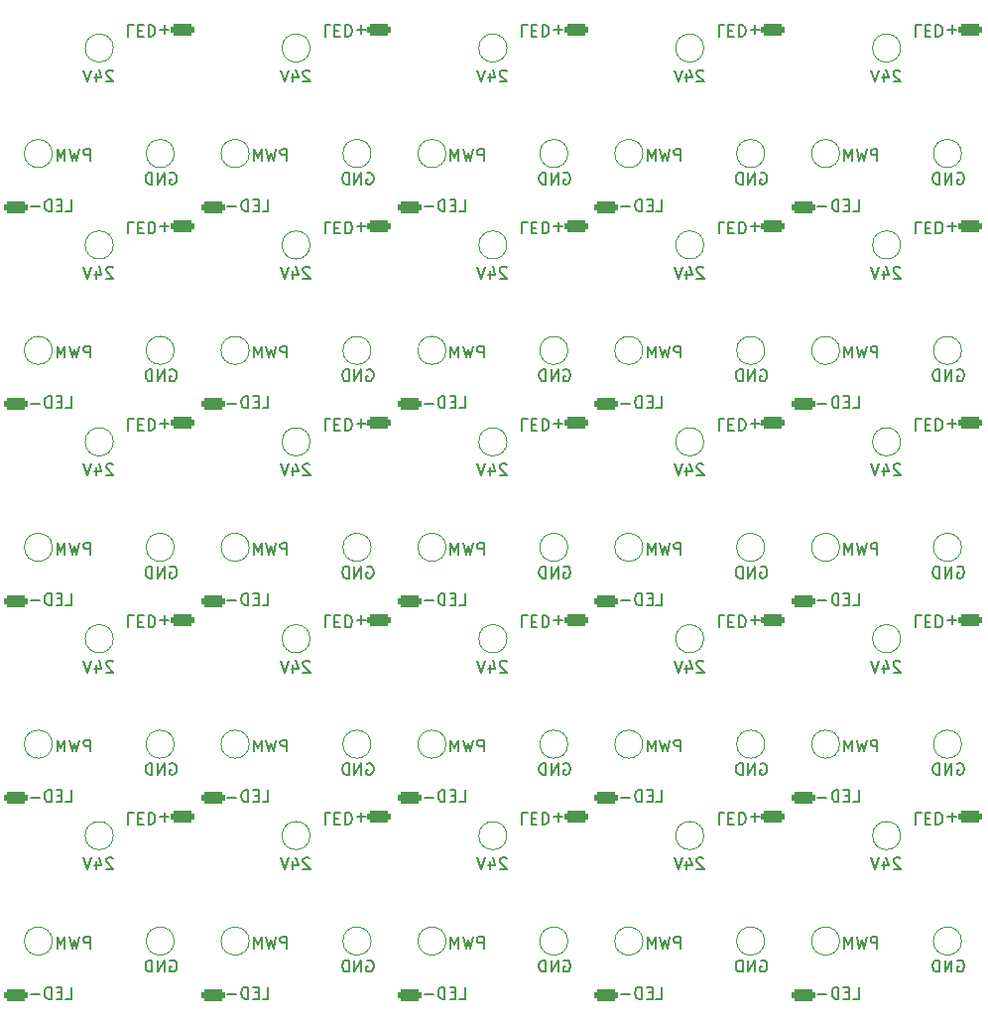
<source format=gbo>
G04 #@! TF.GenerationSoftware,KiCad,Pcbnew,7.0.9*
G04 #@! TF.CreationDate,2024-01-01T14:05:58+01:00*
G04 #@! TF.ProjectId,Nutzen,4e75747a-656e-42e6-9b69-6361645f7063,rev?*
G04 #@! TF.SameCoordinates,Original*
G04 #@! TF.FileFunction,Legend,Bot*
G04 #@! TF.FilePolarity,Positive*
%FSLAX46Y46*%
G04 Gerber Fmt 4.6, Leading zero omitted, Abs format (unit mm)*
G04 Created by KiCad (PCBNEW 7.0.9) date 2024-01-01 14:05:58*
%MOMM*%
%LPD*%
G01*
G04 APERTURE LIST*
G04 Aperture macros list*
%AMRoundRect*
0 Rectangle with rounded corners*
0 $1 Rounding radius*
0 $2 $3 $4 $5 $6 $7 $8 $9 X,Y pos of 4 corners*
0 Add a 4 corners polygon primitive as box body*
4,1,4,$2,$3,$4,$5,$6,$7,$8,$9,$2,$3,0*
0 Add four circle primitives for the rounded corners*
1,1,$1+$1,$2,$3*
1,1,$1+$1,$4,$5*
1,1,$1+$1,$6,$7*
1,1,$1+$1,$8,$9*
0 Add four rect primitives between the rounded corners*
20,1,$1+$1,$2,$3,$4,$5,0*
20,1,$1+$1,$4,$5,$6,$7,0*
20,1,$1+$1,$6,$7,$8,$9,0*
20,1,$1+$1,$8,$9,$2,$3,0*%
G04 Aperture macros list end*
%ADD10C,0.150000*%
%ADD11C,0.120000*%
%ADD12C,2.000000*%
%ADD13RoundRect,0.250000X0.750000X0.250000X-0.750000X0.250000X-0.750000X-0.250000X0.750000X-0.250000X0*%
G04 APERTURE END LIST*
D10*
X92337030Y-89119819D02*
X92813220Y-89119819D01*
X92813220Y-89119819D02*
X92813220Y-88119819D01*
X92003696Y-88596009D02*
X91670363Y-88596009D01*
X91527506Y-89119819D02*
X92003696Y-89119819D01*
X92003696Y-89119819D02*
X92003696Y-88119819D01*
X92003696Y-88119819D02*
X91527506Y-88119819D01*
X91098934Y-89119819D02*
X91098934Y-88119819D01*
X91098934Y-88119819D02*
X90860839Y-88119819D01*
X90860839Y-88119819D02*
X90717982Y-88167438D01*
X90717982Y-88167438D02*
X90622744Y-88262676D01*
X90622744Y-88262676D02*
X90575125Y-88357914D01*
X90575125Y-88357914D02*
X90527506Y-88548390D01*
X90527506Y-88548390D02*
X90527506Y-88691247D01*
X90527506Y-88691247D02*
X90575125Y-88881723D01*
X90575125Y-88881723D02*
X90622744Y-88976961D01*
X90622744Y-88976961D02*
X90717982Y-89072200D01*
X90717982Y-89072200D02*
X90860839Y-89119819D01*
X90860839Y-89119819D02*
X91098934Y-89119819D01*
X90098934Y-88738866D02*
X89337030Y-88738866D01*
X131762969Y-106830180D02*
X131286779Y-106830180D01*
X131286779Y-106830180D02*
X131286779Y-107830180D01*
X132096303Y-107353990D02*
X132429636Y-107353990D01*
X132572493Y-106830180D02*
X132096303Y-106830180D01*
X132096303Y-106830180D02*
X132096303Y-107830180D01*
X132096303Y-107830180D02*
X132572493Y-107830180D01*
X133001065Y-106830180D02*
X133001065Y-107830180D01*
X133001065Y-107830180D02*
X133239160Y-107830180D01*
X133239160Y-107830180D02*
X133382017Y-107782561D01*
X133382017Y-107782561D02*
X133477255Y-107687323D01*
X133477255Y-107687323D02*
X133524874Y-107592085D01*
X133524874Y-107592085D02*
X133572493Y-107401609D01*
X133572493Y-107401609D02*
X133572493Y-107258752D01*
X133572493Y-107258752D02*
X133524874Y-107068276D01*
X133524874Y-107068276D02*
X133477255Y-106973038D01*
X133477255Y-106973038D02*
X133382017Y-106877800D01*
X133382017Y-106877800D02*
X133239160Y-106830180D01*
X133239160Y-106830180D02*
X133001065Y-106830180D01*
X134001065Y-107211133D02*
X134762970Y-107211133D01*
X134382017Y-106830180D02*
X134382017Y-107592085D01*
X81362969Y-123630180D02*
X80886779Y-123630180D01*
X80886779Y-123630180D02*
X80886779Y-124630180D01*
X81696303Y-124153990D02*
X82029636Y-124153990D01*
X82172493Y-123630180D02*
X81696303Y-123630180D01*
X81696303Y-123630180D02*
X81696303Y-124630180D01*
X81696303Y-124630180D02*
X82172493Y-124630180D01*
X82601065Y-123630180D02*
X82601065Y-124630180D01*
X82601065Y-124630180D02*
X82839160Y-124630180D01*
X82839160Y-124630180D02*
X82982017Y-124582561D01*
X82982017Y-124582561D02*
X83077255Y-124487323D01*
X83077255Y-124487323D02*
X83124874Y-124392085D01*
X83124874Y-124392085D02*
X83172493Y-124201609D01*
X83172493Y-124201609D02*
X83172493Y-124058752D01*
X83172493Y-124058752D02*
X83124874Y-123868276D01*
X83124874Y-123868276D02*
X83077255Y-123773038D01*
X83077255Y-123773038D02*
X82982017Y-123677800D01*
X82982017Y-123677800D02*
X82839160Y-123630180D01*
X82839160Y-123630180D02*
X82601065Y-123630180D01*
X83601065Y-124011133D02*
X84362970Y-124011133D01*
X83982017Y-123630180D02*
X83982017Y-124392085D01*
X134839411Y-119467438D02*
X134934649Y-119419819D01*
X134934649Y-119419819D02*
X135077506Y-119419819D01*
X135077506Y-119419819D02*
X135220363Y-119467438D01*
X135220363Y-119467438D02*
X135315601Y-119562676D01*
X135315601Y-119562676D02*
X135363220Y-119657914D01*
X135363220Y-119657914D02*
X135410839Y-119848390D01*
X135410839Y-119848390D02*
X135410839Y-119991247D01*
X135410839Y-119991247D02*
X135363220Y-120181723D01*
X135363220Y-120181723D02*
X135315601Y-120276961D01*
X135315601Y-120276961D02*
X135220363Y-120372200D01*
X135220363Y-120372200D02*
X135077506Y-120419819D01*
X135077506Y-120419819D02*
X134982268Y-120419819D01*
X134982268Y-120419819D02*
X134839411Y-120372200D01*
X134839411Y-120372200D02*
X134791792Y-120324580D01*
X134791792Y-120324580D02*
X134791792Y-119991247D01*
X134791792Y-119991247D02*
X134982268Y-119991247D01*
X134363220Y-120419819D02*
X134363220Y-119419819D01*
X134363220Y-119419819D02*
X133791792Y-120419819D01*
X133791792Y-120419819D02*
X133791792Y-119419819D01*
X133315601Y-120419819D02*
X133315601Y-119419819D01*
X133315601Y-119419819D02*
X133077506Y-119419819D01*
X133077506Y-119419819D02*
X132934649Y-119467438D01*
X132934649Y-119467438D02*
X132839411Y-119562676D01*
X132839411Y-119562676D02*
X132791792Y-119657914D01*
X132791792Y-119657914D02*
X132744173Y-119848390D01*
X132744173Y-119848390D02*
X132744173Y-119991247D01*
X132744173Y-119991247D02*
X132791792Y-120181723D01*
X132791792Y-120181723D02*
X132839411Y-120276961D01*
X132839411Y-120276961D02*
X132934649Y-120372200D01*
X132934649Y-120372200D02*
X133077506Y-120419819D01*
X133077506Y-120419819D02*
X133315601Y-120419819D01*
X148562969Y-73230180D02*
X148086779Y-73230180D01*
X148086779Y-73230180D02*
X148086779Y-74230180D01*
X148896303Y-73753990D02*
X149229636Y-73753990D01*
X149372493Y-73230180D02*
X148896303Y-73230180D01*
X148896303Y-73230180D02*
X148896303Y-74230180D01*
X148896303Y-74230180D02*
X149372493Y-74230180D01*
X149801065Y-73230180D02*
X149801065Y-74230180D01*
X149801065Y-74230180D02*
X150039160Y-74230180D01*
X150039160Y-74230180D02*
X150182017Y-74182561D01*
X150182017Y-74182561D02*
X150277255Y-74087323D01*
X150277255Y-74087323D02*
X150324874Y-73992085D01*
X150324874Y-73992085D02*
X150372493Y-73801609D01*
X150372493Y-73801609D02*
X150372493Y-73658752D01*
X150372493Y-73658752D02*
X150324874Y-73468276D01*
X150324874Y-73468276D02*
X150277255Y-73373038D01*
X150277255Y-73373038D02*
X150182017Y-73277800D01*
X150182017Y-73277800D02*
X150039160Y-73230180D01*
X150039160Y-73230180D02*
X149801065Y-73230180D01*
X150801065Y-73611133D02*
X151562970Y-73611133D01*
X151182017Y-73230180D02*
X151182017Y-73992085D01*
X77613220Y-101619819D02*
X77613220Y-100619819D01*
X77613220Y-100619819D02*
X77232268Y-100619819D01*
X77232268Y-100619819D02*
X77137030Y-100667438D01*
X77137030Y-100667438D02*
X77089411Y-100715057D01*
X77089411Y-100715057D02*
X77041792Y-100810295D01*
X77041792Y-100810295D02*
X77041792Y-100953152D01*
X77041792Y-100953152D02*
X77089411Y-101048390D01*
X77089411Y-101048390D02*
X77137030Y-101096009D01*
X77137030Y-101096009D02*
X77232268Y-101143628D01*
X77232268Y-101143628D02*
X77613220Y-101143628D01*
X76708458Y-100619819D02*
X76470363Y-101619819D01*
X76470363Y-101619819D02*
X76279887Y-100905533D01*
X76279887Y-100905533D02*
X76089411Y-101619819D01*
X76089411Y-101619819D02*
X75851316Y-100619819D01*
X75470363Y-101619819D02*
X75470363Y-100619819D01*
X75470363Y-100619819D02*
X75137030Y-101334104D01*
X75137030Y-101334104D02*
X74803697Y-100619819D01*
X74803697Y-100619819D02*
X74803697Y-101619819D01*
X92337030Y-122719819D02*
X92813220Y-122719819D01*
X92813220Y-122719819D02*
X92813220Y-121719819D01*
X92003696Y-122196009D02*
X91670363Y-122196009D01*
X91527506Y-122719819D02*
X92003696Y-122719819D01*
X92003696Y-122719819D02*
X92003696Y-121719819D01*
X92003696Y-121719819D02*
X91527506Y-121719819D01*
X91098934Y-122719819D02*
X91098934Y-121719819D01*
X91098934Y-121719819D02*
X90860839Y-121719819D01*
X90860839Y-121719819D02*
X90717982Y-121767438D01*
X90717982Y-121767438D02*
X90622744Y-121862676D01*
X90622744Y-121862676D02*
X90575125Y-121957914D01*
X90575125Y-121957914D02*
X90527506Y-122148390D01*
X90527506Y-122148390D02*
X90527506Y-122291247D01*
X90527506Y-122291247D02*
X90575125Y-122481723D01*
X90575125Y-122481723D02*
X90622744Y-122576961D01*
X90622744Y-122576961D02*
X90717982Y-122672200D01*
X90717982Y-122672200D02*
X90860839Y-122719819D01*
X90860839Y-122719819D02*
X91098934Y-122719819D01*
X90098934Y-122338866D02*
X89337030Y-122338866D01*
X134839411Y-85867438D02*
X134934649Y-85819819D01*
X134934649Y-85819819D02*
X135077506Y-85819819D01*
X135077506Y-85819819D02*
X135220363Y-85867438D01*
X135220363Y-85867438D02*
X135315601Y-85962676D01*
X135315601Y-85962676D02*
X135363220Y-86057914D01*
X135363220Y-86057914D02*
X135410839Y-86248390D01*
X135410839Y-86248390D02*
X135410839Y-86391247D01*
X135410839Y-86391247D02*
X135363220Y-86581723D01*
X135363220Y-86581723D02*
X135315601Y-86676961D01*
X135315601Y-86676961D02*
X135220363Y-86772200D01*
X135220363Y-86772200D02*
X135077506Y-86819819D01*
X135077506Y-86819819D02*
X134982268Y-86819819D01*
X134982268Y-86819819D02*
X134839411Y-86772200D01*
X134839411Y-86772200D02*
X134791792Y-86724580D01*
X134791792Y-86724580D02*
X134791792Y-86391247D01*
X134791792Y-86391247D02*
X134982268Y-86391247D01*
X134363220Y-86819819D02*
X134363220Y-85819819D01*
X134363220Y-85819819D02*
X133791792Y-86819819D01*
X133791792Y-86819819D02*
X133791792Y-85819819D01*
X133315601Y-86819819D02*
X133315601Y-85819819D01*
X133315601Y-85819819D02*
X133077506Y-85819819D01*
X133077506Y-85819819D02*
X132934649Y-85867438D01*
X132934649Y-85867438D02*
X132839411Y-85962676D01*
X132839411Y-85962676D02*
X132791792Y-86057914D01*
X132791792Y-86057914D02*
X132744173Y-86248390D01*
X132744173Y-86248390D02*
X132744173Y-86391247D01*
X132744173Y-86391247D02*
X132791792Y-86581723D01*
X132791792Y-86581723D02*
X132839411Y-86676961D01*
X132839411Y-86676961D02*
X132934649Y-86772200D01*
X132934649Y-86772200D02*
X133077506Y-86819819D01*
X133077506Y-86819819D02*
X133315601Y-86819819D01*
X109137030Y-89119819D02*
X109613220Y-89119819D01*
X109613220Y-89119819D02*
X109613220Y-88119819D01*
X108803696Y-88596009D02*
X108470363Y-88596009D01*
X108327506Y-89119819D02*
X108803696Y-89119819D01*
X108803696Y-89119819D02*
X108803696Y-88119819D01*
X108803696Y-88119819D02*
X108327506Y-88119819D01*
X107898934Y-89119819D02*
X107898934Y-88119819D01*
X107898934Y-88119819D02*
X107660839Y-88119819D01*
X107660839Y-88119819D02*
X107517982Y-88167438D01*
X107517982Y-88167438D02*
X107422744Y-88262676D01*
X107422744Y-88262676D02*
X107375125Y-88357914D01*
X107375125Y-88357914D02*
X107327506Y-88548390D01*
X107327506Y-88548390D02*
X107327506Y-88691247D01*
X107327506Y-88691247D02*
X107375125Y-88881723D01*
X107375125Y-88881723D02*
X107422744Y-88976961D01*
X107422744Y-88976961D02*
X107517982Y-89072200D01*
X107517982Y-89072200D02*
X107660839Y-89119819D01*
X107660839Y-89119819D02*
X107898934Y-89119819D01*
X106898934Y-88738866D02*
X106137030Y-88738866D01*
X113160839Y-127565057D02*
X113113220Y-127517438D01*
X113113220Y-127517438D02*
X113017982Y-127469819D01*
X113017982Y-127469819D02*
X112779887Y-127469819D01*
X112779887Y-127469819D02*
X112684649Y-127517438D01*
X112684649Y-127517438D02*
X112637030Y-127565057D01*
X112637030Y-127565057D02*
X112589411Y-127660295D01*
X112589411Y-127660295D02*
X112589411Y-127755533D01*
X112589411Y-127755533D02*
X112637030Y-127898390D01*
X112637030Y-127898390D02*
X113208458Y-128469819D01*
X113208458Y-128469819D02*
X112589411Y-128469819D01*
X111732268Y-127803152D02*
X111732268Y-128469819D01*
X111970363Y-127422200D02*
X112208458Y-128136485D01*
X112208458Y-128136485D02*
X111589411Y-128136485D01*
X111351315Y-127469819D02*
X111017982Y-128469819D01*
X111017982Y-128469819D02*
X110684649Y-127469819D01*
X144813220Y-118419819D02*
X144813220Y-117419819D01*
X144813220Y-117419819D02*
X144432268Y-117419819D01*
X144432268Y-117419819D02*
X144337030Y-117467438D01*
X144337030Y-117467438D02*
X144289411Y-117515057D01*
X144289411Y-117515057D02*
X144241792Y-117610295D01*
X144241792Y-117610295D02*
X144241792Y-117753152D01*
X144241792Y-117753152D02*
X144289411Y-117848390D01*
X144289411Y-117848390D02*
X144337030Y-117896009D01*
X144337030Y-117896009D02*
X144432268Y-117943628D01*
X144432268Y-117943628D02*
X144813220Y-117943628D01*
X143908458Y-117419819D02*
X143670363Y-118419819D01*
X143670363Y-118419819D02*
X143479887Y-117705533D01*
X143479887Y-117705533D02*
X143289411Y-118419819D01*
X143289411Y-118419819D02*
X143051316Y-117419819D01*
X142670363Y-118419819D02*
X142670363Y-117419819D01*
X142670363Y-117419819D02*
X142337030Y-118134104D01*
X142337030Y-118134104D02*
X142003697Y-117419819D01*
X142003697Y-117419819D02*
X142003697Y-118419819D01*
X129960839Y-77165057D02*
X129913220Y-77117438D01*
X129913220Y-77117438D02*
X129817982Y-77069819D01*
X129817982Y-77069819D02*
X129579887Y-77069819D01*
X129579887Y-77069819D02*
X129484649Y-77117438D01*
X129484649Y-77117438D02*
X129437030Y-77165057D01*
X129437030Y-77165057D02*
X129389411Y-77260295D01*
X129389411Y-77260295D02*
X129389411Y-77355533D01*
X129389411Y-77355533D02*
X129437030Y-77498390D01*
X129437030Y-77498390D02*
X130008458Y-78069819D01*
X130008458Y-78069819D02*
X129389411Y-78069819D01*
X128532268Y-77403152D02*
X128532268Y-78069819D01*
X128770363Y-77022200D02*
X129008458Y-77736485D01*
X129008458Y-77736485D02*
X128389411Y-77736485D01*
X128151315Y-77069819D02*
X127817982Y-78069819D01*
X127817982Y-78069819D02*
X127484649Y-77069819D01*
X148562969Y-56430180D02*
X148086779Y-56430180D01*
X148086779Y-56430180D02*
X148086779Y-57430180D01*
X148896303Y-56953990D02*
X149229636Y-56953990D01*
X149372493Y-56430180D02*
X148896303Y-56430180D01*
X148896303Y-56430180D02*
X148896303Y-57430180D01*
X148896303Y-57430180D02*
X149372493Y-57430180D01*
X149801065Y-56430180D02*
X149801065Y-57430180D01*
X149801065Y-57430180D02*
X150039160Y-57430180D01*
X150039160Y-57430180D02*
X150182017Y-57382561D01*
X150182017Y-57382561D02*
X150277255Y-57287323D01*
X150277255Y-57287323D02*
X150324874Y-57192085D01*
X150324874Y-57192085D02*
X150372493Y-57001609D01*
X150372493Y-57001609D02*
X150372493Y-56858752D01*
X150372493Y-56858752D02*
X150324874Y-56668276D01*
X150324874Y-56668276D02*
X150277255Y-56573038D01*
X150277255Y-56573038D02*
X150182017Y-56477800D01*
X150182017Y-56477800D02*
X150039160Y-56430180D01*
X150039160Y-56430180D02*
X149801065Y-56430180D01*
X150801065Y-56811133D02*
X151562970Y-56811133D01*
X151182017Y-56430180D02*
X151182017Y-57192085D01*
X109137030Y-139519819D02*
X109613220Y-139519819D01*
X109613220Y-139519819D02*
X109613220Y-138519819D01*
X108803696Y-138996009D02*
X108470363Y-138996009D01*
X108327506Y-139519819D02*
X108803696Y-139519819D01*
X108803696Y-139519819D02*
X108803696Y-138519819D01*
X108803696Y-138519819D02*
X108327506Y-138519819D01*
X107898934Y-139519819D02*
X107898934Y-138519819D01*
X107898934Y-138519819D02*
X107660839Y-138519819D01*
X107660839Y-138519819D02*
X107517982Y-138567438D01*
X107517982Y-138567438D02*
X107422744Y-138662676D01*
X107422744Y-138662676D02*
X107375125Y-138757914D01*
X107375125Y-138757914D02*
X107327506Y-138948390D01*
X107327506Y-138948390D02*
X107327506Y-139091247D01*
X107327506Y-139091247D02*
X107375125Y-139281723D01*
X107375125Y-139281723D02*
X107422744Y-139376961D01*
X107422744Y-139376961D02*
X107517982Y-139472200D01*
X107517982Y-139472200D02*
X107660839Y-139519819D01*
X107660839Y-139519819D02*
X107898934Y-139519819D01*
X106898934Y-139138866D02*
X106137030Y-139138866D01*
X114962969Y-123630180D02*
X114486779Y-123630180D01*
X114486779Y-123630180D02*
X114486779Y-124630180D01*
X115296303Y-124153990D02*
X115629636Y-124153990D01*
X115772493Y-123630180D02*
X115296303Y-123630180D01*
X115296303Y-123630180D02*
X115296303Y-124630180D01*
X115296303Y-124630180D02*
X115772493Y-124630180D01*
X116201065Y-123630180D02*
X116201065Y-124630180D01*
X116201065Y-124630180D02*
X116439160Y-124630180D01*
X116439160Y-124630180D02*
X116582017Y-124582561D01*
X116582017Y-124582561D02*
X116677255Y-124487323D01*
X116677255Y-124487323D02*
X116724874Y-124392085D01*
X116724874Y-124392085D02*
X116772493Y-124201609D01*
X116772493Y-124201609D02*
X116772493Y-124058752D01*
X116772493Y-124058752D02*
X116724874Y-123868276D01*
X116724874Y-123868276D02*
X116677255Y-123773038D01*
X116677255Y-123773038D02*
X116582017Y-123677800D01*
X116582017Y-123677800D02*
X116439160Y-123630180D01*
X116439160Y-123630180D02*
X116201065Y-123630180D01*
X117201065Y-124011133D02*
X117962970Y-124011133D01*
X117582017Y-123630180D02*
X117582017Y-124392085D01*
X84439411Y-119467438D02*
X84534649Y-119419819D01*
X84534649Y-119419819D02*
X84677506Y-119419819D01*
X84677506Y-119419819D02*
X84820363Y-119467438D01*
X84820363Y-119467438D02*
X84915601Y-119562676D01*
X84915601Y-119562676D02*
X84963220Y-119657914D01*
X84963220Y-119657914D02*
X85010839Y-119848390D01*
X85010839Y-119848390D02*
X85010839Y-119991247D01*
X85010839Y-119991247D02*
X84963220Y-120181723D01*
X84963220Y-120181723D02*
X84915601Y-120276961D01*
X84915601Y-120276961D02*
X84820363Y-120372200D01*
X84820363Y-120372200D02*
X84677506Y-120419819D01*
X84677506Y-120419819D02*
X84582268Y-120419819D01*
X84582268Y-120419819D02*
X84439411Y-120372200D01*
X84439411Y-120372200D02*
X84391792Y-120324580D01*
X84391792Y-120324580D02*
X84391792Y-119991247D01*
X84391792Y-119991247D02*
X84582268Y-119991247D01*
X83963220Y-120419819D02*
X83963220Y-119419819D01*
X83963220Y-119419819D02*
X83391792Y-120419819D01*
X83391792Y-120419819D02*
X83391792Y-119419819D01*
X82915601Y-120419819D02*
X82915601Y-119419819D01*
X82915601Y-119419819D02*
X82677506Y-119419819D01*
X82677506Y-119419819D02*
X82534649Y-119467438D01*
X82534649Y-119467438D02*
X82439411Y-119562676D01*
X82439411Y-119562676D02*
X82391792Y-119657914D01*
X82391792Y-119657914D02*
X82344173Y-119848390D01*
X82344173Y-119848390D02*
X82344173Y-119991247D01*
X82344173Y-119991247D02*
X82391792Y-120181723D01*
X82391792Y-120181723D02*
X82439411Y-120276961D01*
X82439411Y-120276961D02*
X82534649Y-120372200D01*
X82534649Y-120372200D02*
X82677506Y-120419819D01*
X82677506Y-120419819D02*
X82915601Y-120419819D01*
X109137030Y-122719819D02*
X109613220Y-122719819D01*
X109613220Y-122719819D02*
X109613220Y-121719819D01*
X108803696Y-122196009D02*
X108470363Y-122196009D01*
X108327506Y-122719819D02*
X108803696Y-122719819D01*
X108803696Y-122719819D02*
X108803696Y-121719819D01*
X108803696Y-121719819D02*
X108327506Y-121719819D01*
X107898934Y-122719819D02*
X107898934Y-121719819D01*
X107898934Y-121719819D02*
X107660839Y-121719819D01*
X107660839Y-121719819D02*
X107517982Y-121767438D01*
X107517982Y-121767438D02*
X107422744Y-121862676D01*
X107422744Y-121862676D02*
X107375125Y-121957914D01*
X107375125Y-121957914D02*
X107327506Y-122148390D01*
X107327506Y-122148390D02*
X107327506Y-122291247D01*
X107327506Y-122291247D02*
X107375125Y-122481723D01*
X107375125Y-122481723D02*
X107422744Y-122576961D01*
X107422744Y-122576961D02*
X107517982Y-122672200D01*
X107517982Y-122672200D02*
X107660839Y-122719819D01*
X107660839Y-122719819D02*
X107898934Y-122719819D01*
X106898934Y-122338866D02*
X106137030Y-122338866D01*
X98162969Y-123630180D02*
X97686779Y-123630180D01*
X97686779Y-123630180D02*
X97686779Y-124630180D01*
X98496303Y-124153990D02*
X98829636Y-124153990D01*
X98972493Y-123630180D02*
X98496303Y-123630180D01*
X98496303Y-123630180D02*
X98496303Y-124630180D01*
X98496303Y-124630180D02*
X98972493Y-124630180D01*
X99401065Y-123630180D02*
X99401065Y-124630180D01*
X99401065Y-124630180D02*
X99639160Y-124630180D01*
X99639160Y-124630180D02*
X99782017Y-124582561D01*
X99782017Y-124582561D02*
X99877255Y-124487323D01*
X99877255Y-124487323D02*
X99924874Y-124392085D01*
X99924874Y-124392085D02*
X99972493Y-124201609D01*
X99972493Y-124201609D02*
X99972493Y-124058752D01*
X99972493Y-124058752D02*
X99924874Y-123868276D01*
X99924874Y-123868276D02*
X99877255Y-123773038D01*
X99877255Y-123773038D02*
X99782017Y-123677800D01*
X99782017Y-123677800D02*
X99639160Y-123630180D01*
X99639160Y-123630180D02*
X99401065Y-123630180D01*
X100401065Y-124011133D02*
X101162970Y-124011133D01*
X100782017Y-123630180D02*
X100782017Y-124392085D01*
X118039411Y-119467438D02*
X118134649Y-119419819D01*
X118134649Y-119419819D02*
X118277506Y-119419819D01*
X118277506Y-119419819D02*
X118420363Y-119467438D01*
X118420363Y-119467438D02*
X118515601Y-119562676D01*
X118515601Y-119562676D02*
X118563220Y-119657914D01*
X118563220Y-119657914D02*
X118610839Y-119848390D01*
X118610839Y-119848390D02*
X118610839Y-119991247D01*
X118610839Y-119991247D02*
X118563220Y-120181723D01*
X118563220Y-120181723D02*
X118515601Y-120276961D01*
X118515601Y-120276961D02*
X118420363Y-120372200D01*
X118420363Y-120372200D02*
X118277506Y-120419819D01*
X118277506Y-120419819D02*
X118182268Y-120419819D01*
X118182268Y-120419819D02*
X118039411Y-120372200D01*
X118039411Y-120372200D02*
X117991792Y-120324580D01*
X117991792Y-120324580D02*
X117991792Y-119991247D01*
X117991792Y-119991247D02*
X118182268Y-119991247D01*
X117563220Y-120419819D02*
X117563220Y-119419819D01*
X117563220Y-119419819D02*
X116991792Y-120419819D01*
X116991792Y-120419819D02*
X116991792Y-119419819D01*
X116515601Y-120419819D02*
X116515601Y-119419819D01*
X116515601Y-119419819D02*
X116277506Y-119419819D01*
X116277506Y-119419819D02*
X116134649Y-119467438D01*
X116134649Y-119467438D02*
X116039411Y-119562676D01*
X116039411Y-119562676D02*
X115991792Y-119657914D01*
X115991792Y-119657914D02*
X115944173Y-119848390D01*
X115944173Y-119848390D02*
X115944173Y-119991247D01*
X115944173Y-119991247D02*
X115991792Y-120181723D01*
X115991792Y-120181723D02*
X116039411Y-120276961D01*
X116039411Y-120276961D02*
X116134649Y-120372200D01*
X116134649Y-120372200D02*
X116277506Y-120419819D01*
X116277506Y-120419819D02*
X116515601Y-120419819D01*
X109137030Y-105919819D02*
X109613220Y-105919819D01*
X109613220Y-105919819D02*
X109613220Y-104919819D01*
X108803696Y-105396009D02*
X108470363Y-105396009D01*
X108327506Y-105919819D02*
X108803696Y-105919819D01*
X108803696Y-105919819D02*
X108803696Y-104919819D01*
X108803696Y-104919819D02*
X108327506Y-104919819D01*
X107898934Y-105919819D02*
X107898934Y-104919819D01*
X107898934Y-104919819D02*
X107660839Y-104919819D01*
X107660839Y-104919819D02*
X107517982Y-104967438D01*
X107517982Y-104967438D02*
X107422744Y-105062676D01*
X107422744Y-105062676D02*
X107375125Y-105157914D01*
X107375125Y-105157914D02*
X107327506Y-105348390D01*
X107327506Y-105348390D02*
X107327506Y-105491247D01*
X107327506Y-105491247D02*
X107375125Y-105681723D01*
X107375125Y-105681723D02*
X107422744Y-105776961D01*
X107422744Y-105776961D02*
X107517982Y-105872200D01*
X107517982Y-105872200D02*
X107660839Y-105919819D01*
X107660839Y-105919819D02*
X107898934Y-105919819D01*
X106898934Y-105538866D02*
X106137030Y-105538866D01*
X144813220Y-135219819D02*
X144813220Y-134219819D01*
X144813220Y-134219819D02*
X144432268Y-134219819D01*
X144432268Y-134219819D02*
X144337030Y-134267438D01*
X144337030Y-134267438D02*
X144289411Y-134315057D01*
X144289411Y-134315057D02*
X144241792Y-134410295D01*
X144241792Y-134410295D02*
X144241792Y-134553152D01*
X144241792Y-134553152D02*
X144289411Y-134648390D01*
X144289411Y-134648390D02*
X144337030Y-134696009D01*
X144337030Y-134696009D02*
X144432268Y-134743628D01*
X144432268Y-134743628D02*
X144813220Y-134743628D01*
X143908458Y-134219819D02*
X143670363Y-135219819D01*
X143670363Y-135219819D02*
X143479887Y-134505533D01*
X143479887Y-134505533D02*
X143289411Y-135219819D01*
X143289411Y-135219819D02*
X143051316Y-134219819D01*
X142670363Y-135219819D02*
X142670363Y-134219819D01*
X142670363Y-134219819D02*
X142337030Y-134934104D01*
X142337030Y-134934104D02*
X142003697Y-134219819D01*
X142003697Y-134219819D02*
X142003697Y-135219819D01*
X131762969Y-90030180D02*
X131286779Y-90030180D01*
X131286779Y-90030180D02*
X131286779Y-91030180D01*
X132096303Y-90553990D02*
X132429636Y-90553990D01*
X132572493Y-90030180D02*
X132096303Y-90030180D01*
X132096303Y-90030180D02*
X132096303Y-91030180D01*
X132096303Y-91030180D02*
X132572493Y-91030180D01*
X133001065Y-90030180D02*
X133001065Y-91030180D01*
X133001065Y-91030180D02*
X133239160Y-91030180D01*
X133239160Y-91030180D02*
X133382017Y-90982561D01*
X133382017Y-90982561D02*
X133477255Y-90887323D01*
X133477255Y-90887323D02*
X133524874Y-90792085D01*
X133524874Y-90792085D02*
X133572493Y-90601609D01*
X133572493Y-90601609D02*
X133572493Y-90458752D01*
X133572493Y-90458752D02*
X133524874Y-90268276D01*
X133524874Y-90268276D02*
X133477255Y-90173038D01*
X133477255Y-90173038D02*
X133382017Y-90077800D01*
X133382017Y-90077800D02*
X133239160Y-90030180D01*
X133239160Y-90030180D02*
X133001065Y-90030180D01*
X134001065Y-90411133D02*
X134762970Y-90411133D01*
X134382017Y-90030180D02*
X134382017Y-90792085D01*
X111213220Y-135219819D02*
X111213220Y-134219819D01*
X111213220Y-134219819D02*
X110832268Y-134219819D01*
X110832268Y-134219819D02*
X110737030Y-134267438D01*
X110737030Y-134267438D02*
X110689411Y-134315057D01*
X110689411Y-134315057D02*
X110641792Y-134410295D01*
X110641792Y-134410295D02*
X110641792Y-134553152D01*
X110641792Y-134553152D02*
X110689411Y-134648390D01*
X110689411Y-134648390D02*
X110737030Y-134696009D01*
X110737030Y-134696009D02*
X110832268Y-134743628D01*
X110832268Y-134743628D02*
X111213220Y-134743628D01*
X110308458Y-134219819D02*
X110070363Y-135219819D01*
X110070363Y-135219819D02*
X109879887Y-134505533D01*
X109879887Y-134505533D02*
X109689411Y-135219819D01*
X109689411Y-135219819D02*
X109451316Y-134219819D01*
X109070363Y-135219819D02*
X109070363Y-134219819D01*
X109070363Y-134219819D02*
X108737030Y-134934104D01*
X108737030Y-134934104D02*
X108403697Y-134219819D01*
X108403697Y-134219819D02*
X108403697Y-135219819D01*
X128013220Y-68019819D02*
X128013220Y-67019819D01*
X128013220Y-67019819D02*
X127632268Y-67019819D01*
X127632268Y-67019819D02*
X127537030Y-67067438D01*
X127537030Y-67067438D02*
X127489411Y-67115057D01*
X127489411Y-67115057D02*
X127441792Y-67210295D01*
X127441792Y-67210295D02*
X127441792Y-67353152D01*
X127441792Y-67353152D02*
X127489411Y-67448390D01*
X127489411Y-67448390D02*
X127537030Y-67496009D01*
X127537030Y-67496009D02*
X127632268Y-67543628D01*
X127632268Y-67543628D02*
X128013220Y-67543628D01*
X127108458Y-67019819D02*
X126870363Y-68019819D01*
X126870363Y-68019819D02*
X126679887Y-67305533D01*
X126679887Y-67305533D02*
X126489411Y-68019819D01*
X126489411Y-68019819D02*
X126251316Y-67019819D01*
X125870363Y-68019819D02*
X125870363Y-67019819D01*
X125870363Y-67019819D02*
X125537030Y-67734104D01*
X125537030Y-67734104D02*
X125203697Y-67019819D01*
X125203697Y-67019819D02*
X125203697Y-68019819D01*
X114962969Y-90030180D02*
X114486779Y-90030180D01*
X114486779Y-90030180D02*
X114486779Y-91030180D01*
X115296303Y-90553990D02*
X115629636Y-90553990D01*
X115772493Y-90030180D02*
X115296303Y-90030180D01*
X115296303Y-90030180D02*
X115296303Y-91030180D01*
X115296303Y-91030180D02*
X115772493Y-91030180D01*
X116201065Y-90030180D02*
X116201065Y-91030180D01*
X116201065Y-91030180D02*
X116439160Y-91030180D01*
X116439160Y-91030180D02*
X116582017Y-90982561D01*
X116582017Y-90982561D02*
X116677255Y-90887323D01*
X116677255Y-90887323D02*
X116724874Y-90792085D01*
X116724874Y-90792085D02*
X116772493Y-90601609D01*
X116772493Y-90601609D02*
X116772493Y-90458752D01*
X116772493Y-90458752D02*
X116724874Y-90268276D01*
X116724874Y-90268276D02*
X116677255Y-90173038D01*
X116677255Y-90173038D02*
X116582017Y-90077800D01*
X116582017Y-90077800D02*
X116439160Y-90030180D01*
X116439160Y-90030180D02*
X116201065Y-90030180D01*
X117201065Y-90411133D02*
X117962970Y-90411133D01*
X117582017Y-90030180D02*
X117582017Y-90792085D01*
X101239411Y-85867438D02*
X101334649Y-85819819D01*
X101334649Y-85819819D02*
X101477506Y-85819819D01*
X101477506Y-85819819D02*
X101620363Y-85867438D01*
X101620363Y-85867438D02*
X101715601Y-85962676D01*
X101715601Y-85962676D02*
X101763220Y-86057914D01*
X101763220Y-86057914D02*
X101810839Y-86248390D01*
X101810839Y-86248390D02*
X101810839Y-86391247D01*
X101810839Y-86391247D02*
X101763220Y-86581723D01*
X101763220Y-86581723D02*
X101715601Y-86676961D01*
X101715601Y-86676961D02*
X101620363Y-86772200D01*
X101620363Y-86772200D02*
X101477506Y-86819819D01*
X101477506Y-86819819D02*
X101382268Y-86819819D01*
X101382268Y-86819819D02*
X101239411Y-86772200D01*
X101239411Y-86772200D02*
X101191792Y-86724580D01*
X101191792Y-86724580D02*
X101191792Y-86391247D01*
X101191792Y-86391247D02*
X101382268Y-86391247D01*
X100763220Y-86819819D02*
X100763220Y-85819819D01*
X100763220Y-85819819D02*
X100191792Y-86819819D01*
X100191792Y-86819819D02*
X100191792Y-85819819D01*
X99715601Y-86819819D02*
X99715601Y-85819819D01*
X99715601Y-85819819D02*
X99477506Y-85819819D01*
X99477506Y-85819819D02*
X99334649Y-85867438D01*
X99334649Y-85867438D02*
X99239411Y-85962676D01*
X99239411Y-85962676D02*
X99191792Y-86057914D01*
X99191792Y-86057914D02*
X99144173Y-86248390D01*
X99144173Y-86248390D02*
X99144173Y-86391247D01*
X99144173Y-86391247D02*
X99191792Y-86581723D01*
X99191792Y-86581723D02*
X99239411Y-86676961D01*
X99239411Y-86676961D02*
X99334649Y-86772200D01*
X99334649Y-86772200D02*
X99477506Y-86819819D01*
X99477506Y-86819819D02*
X99715601Y-86819819D01*
X98162969Y-56430180D02*
X97686779Y-56430180D01*
X97686779Y-56430180D02*
X97686779Y-57430180D01*
X98496303Y-56953990D02*
X98829636Y-56953990D01*
X98972493Y-56430180D02*
X98496303Y-56430180D01*
X98496303Y-56430180D02*
X98496303Y-57430180D01*
X98496303Y-57430180D02*
X98972493Y-57430180D01*
X99401065Y-56430180D02*
X99401065Y-57430180D01*
X99401065Y-57430180D02*
X99639160Y-57430180D01*
X99639160Y-57430180D02*
X99782017Y-57382561D01*
X99782017Y-57382561D02*
X99877255Y-57287323D01*
X99877255Y-57287323D02*
X99924874Y-57192085D01*
X99924874Y-57192085D02*
X99972493Y-57001609D01*
X99972493Y-57001609D02*
X99972493Y-56858752D01*
X99972493Y-56858752D02*
X99924874Y-56668276D01*
X99924874Y-56668276D02*
X99877255Y-56573038D01*
X99877255Y-56573038D02*
X99782017Y-56477800D01*
X99782017Y-56477800D02*
X99639160Y-56430180D01*
X99639160Y-56430180D02*
X99401065Y-56430180D01*
X100401065Y-56811133D02*
X101162970Y-56811133D01*
X100782017Y-56430180D02*
X100782017Y-57192085D01*
X98162969Y-73230180D02*
X97686779Y-73230180D01*
X97686779Y-73230180D02*
X97686779Y-74230180D01*
X98496303Y-73753990D02*
X98829636Y-73753990D01*
X98972493Y-73230180D02*
X98496303Y-73230180D01*
X98496303Y-73230180D02*
X98496303Y-74230180D01*
X98496303Y-74230180D02*
X98972493Y-74230180D01*
X99401065Y-73230180D02*
X99401065Y-74230180D01*
X99401065Y-74230180D02*
X99639160Y-74230180D01*
X99639160Y-74230180D02*
X99782017Y-74182561D01*
X99782017Y-74182561D02*
X99877255Y-74087323D01*
X99877255Y-74087323D02*
X99924874Y-73992085D01*
X99924874Y-73992085D02*
X99972493Y-73801609D01*
X99972493Y-73801609D02*
X99972493Y-73658752D01*
X99972493Y-73658752D02*
X99924874Y-73468276D01*
X99924874Y-73468276D02*
X99877255Y-73373038D01*
X99877255Y-73373038D02*
X99782017Y-73277800D01*
X99782017Y-73277800D02*
X99639160Y-73230180D01*
X99639160Y-73230180D02*
X99401065Y-73230180D01*
X100401065Y-73611133D02*
X101162970Y-73611133D01*
X100782017Y-73230180D02*
X100782017Y-73992085D01*
X151639411Y-136267438D02*
X151734649Y-136219819D01*
X151734649Y-136219819D02*
X151877506Y-136219819D01*
X151877506Y-136219819D02*
X152020363Y-136267438D01*
X152020363Y-136267438D02*
X152115601Y-136362676D01*
X152115601Y-136362676D02*
X152163220Y-136457914D01*
X152163220Y-136457914D02*
X152210839Y-136648390D01*
X152210839Y-136648390D02*
X152210839Y-136791247D01*
X152210839Y-136791247D02*
X152163220Y-136981723D01*
X152163220Y-136981723D02*
X152115601Y-137076961D01*
X152115601Y-137076961D02*
X152020363Y-137172200D01*
X152020363Y-137172200D02*
X151877506Y-137219819D01*
X151877506Y-137219819D02*
X151782268Y-137219819D01*
X151782268Y-137219819D02*
X151639411Y-137172200D01*
X151639411Y-137172200D02*
X151591792Y-137124580D01*
X151591792Y-137124580D02*
X151591792Y-136791247D01*
X151591792Y-136791247D02*
X151782268Y-136791247D01*
X151163220Y-137219819D02*
X151163220Y-136219819D01*
X151163220Y-136219819D02*
X150591792Y-137219819D01*
X150591792Y-137219819D02*
X150591792Y-136219819D01*
X150115601Y-137219819D02*
X150115601Y-136219819D01*
X150115601Y-136219819D02*
X149877506Y-136219819D01*
X149877506Y-136219819D02*
X149734649Y-136267438D01*
X149734649Y-136267438D02*
X149639411Y-136362676D01*
X149639411Y-136362676D02*
X149591792Y-136457914D01*
X149591792Y-136457914D02*
X149544173Y-136648390D01*
X149544173Y-136648390D02*
X149544173Y-136791247D01*
X149544173Y-136791247D02*
X149591792Y-136981723D01*
X149591792Y-136981723D02*
X149639411Y-137076961D01*
X149639411Y-137076961D02*
X149734649Y-137172200D01*
X149734649Y-137172200D02*
X149877506Y-137219819D01*
X149877506Y-137219819D02*
X150115601Y-137219819D01*
X84439411Y-85867438D02*
X84534649Y-85819819D01*
X84534649Y-85819819D02*
X84677506Y-85819819D01*
X84677506Y-85819819D02*
X84820363Y-85867438D01*
X84820363Y-85867438D02*
X84915601Y-85962676D01*
X84915601Y-85962676D02*
X84963220Y-86057914D01*
X84963220Y-86057914D02*
X85010839Y-86248390D01*
X85010839Y-86248390D02*
X85010839Y-86391247D01*
X85010839Y-86391247D02*
X84963220Y-86581723D01*
X84963220Y-86581723D02*
X84915601Y-86676961D01*
X84915601Y-86676961D02*
X84820363Y-86772200D01*
X84820363Y-86772200D02*
X84677506Y-86819819D01*
X84677506Y-86819819D02*
X84582268Y-86819819D01*
X84582268Y-86819819D02*
X84439411Y-86772200D01*
X84439411Y-86772200D02*
X84391792Y-86724580D01*
X84391792Y-86724580D02*
X84391792Y-86391247D01*
X84391792Y-86391247D02*
X84582268Y-86391247D01*
X83963220Y-86819819D02*
X83963220Y-85819819D01*
X83963220Y-85819819D02*
X83391792Y-86819819D01*
X83391792Y-86819819D02*
X83391792Y-85819819D01*
X82915601Y-86819819D02*
X82915601Y-85819819D01*
X82915601Y-85819819D02*
X82677506Y-85819819D01*
X82677506Y-85819819D02*
X82534649Y-85867438D01*
X82534649Y-85867438D02*
X82439411Y-85962676D01*
X82439411Y-85962676D02*
X82391792Y-86057914D01*
X82391792Y-86057914D02*
X82344173Y-86248390D01*
X82344173Y-86248390D02*
X82344173Y-86391247D01*
X82344173Y-86391247D02*
X82391792Y-86581723D01*
X82391792Y-86581723D02*
X82439411Y-86676961D01*
X82439411Y-86676961D02*
X82534649Y-86772200D01*
X82534649Y-86772200D02*
X82677506Y-86819819D01*
X82677506Y-86819819D02*
X82915601Y-86819819D01*
X96360839Y-127565057D02*
X96313220Y-127517438D01*
X96313220Y-127517438D02*
X96217982Y-127469819D01*
X96217982Y-127469819D02*
X95979887Y-127469819D01*
X95979887Y-127469819D02*
X95884649Y-127517438D01*
X95884649Y-127517438D02*
X95837030Y-127565057D01*
X95837030Y-127565057D02*
X95789411Y-127660295D01*
X95789411Y-127660295D02*
X95789411Y-127755533D01*
X95789411Y-127755533D02*
X95837030Y-127898390D01*
X95837030Y-127898390D02*
X96408458Y-128469819D01*
X96408458Y-128469819D02*
X95789411Y-128469819D01*
X94932268Y-127803152D02*
X94932268Y-128469819D01*
X95170363Y-127422200D02*
X95408458Y-128136485D01*
X95408458Y-128136485D02*
X94789411Y-128136485D01*
X94551315Y-127469819D02*
X94217982Y-128469819D01*
X94217982Y-128469819D02*
X93884649Y-127469819D01*
X128013220Y-84819819D02*
X128013220Y-83819819D01*
X128013220Y-83819819D02*
X127632268Y-83819819D01*
X127632268Y-83819819D02*
X127537030Y-83867438D01*
X127537030Y-83867438D02*
X127489411Y-83915057D01*
X127489411Y-83915057D02*
X127441792Y-84010295D01*
X127441792Y-84010295D02*
X127441792Y-84153152D01*
X127441792Y-84153152D02*
X127489411Y-84248390D01*
X127489411Y-84248390D02*
X127537030Y-84296009D01*
X127537030Y-84296009D02*
X127632268Y-84343628D01*
X127632268Y-84343628D02*
X128013220Y-84343628D01*
X127108458Y-83819819D02*
X126870363Y-84819819D01*
X126870363Y-84819819D02*
X126679887Y-84105533D01*
X126679887Y-84105533D02*
X126489411Y-84819819D01*
X126489411Y-84819819D02*
X126251316Y-83819819D01*
X125870363Y-84819819D02*
X125870363Y-83819819D01*
X125870363Y-83819819D02*
X125537030Y-84534104D01*
X125537030Y-84534104D02*
X125203697Y-83819819D01*
X125203697Y-83819819D02*
X125203697Y-84819819D01*
X114962969Y-73230180D02*
X114486779Y-73230180D01*
X114486779Y-73230180D02*
X114486779Y-74230180D01*
X115296303Y-73753990D02*
X115629636Y-73753990D01*
X115772493Y-73230180D02*
X115296303Y-73230180D01*
X115296303Y-73230180D02*
X115296303Y-74230180D01*
X115296303Y-74230180D02*
X115772493Y-74230180D01*
X116201065Y-73230180D02*
X116201065Y-74230180D01*
X116201065Y-74230180D02*
X116439160Y-74230180D01*
X116439160Y-74230180D02*
X116582017Y-74182561D01*
X116582017Y-74182561D02*
X116677255Y-74087323D01*
X116677255Y-74087323D02*
X116724874Y-73992085D01*
X116724874Y-73992085D02*
X116772493Y-73801609D01*
X116772493Y-73801609D02*
X116772493Y-73658752D01*
X116772493Y-73658752D02*
X116724874Y-73468276D01*
X116724874Y-73468276D02*
X116677255Y-73373038D01*
X116677255Y-73373038D02*
X116582017Y-73277800D01*
X116582017Y-73277800D02*
X116439160Y-73230180D01*
X116439160Y-73230180D02*
X116201065Y-73230180D01*
X117201065Y-73611133D02*
X117962970Y-73611133D01*
X117582017Y-73230180D02*
X117582017Y-73992085D01*
X114962969Y-106830180D02*
X114486779Y-106830180D01*
X114486779Y-106830180D02*
X114486779Y-107830180D01*
X115296303Y-107353990D02*
X115629636Y-107353990D01*
X115772493Y-106830180D02*
X115296303Y-106830180D01*
X115296303Y-106830180D02*
X115296303Y-107830180D01*
X115296303Y-107830180D02*
X115772493Y-107830180D01*
X116201065Y-106830180D02*
X116201065Y-107830180D01*
X116201065Y-107830180D02*
X116439160Y-107830180D01*
X116439160Y-107830180D02*
X116582017Y-107782561D01*
X116582017Y-107782561D02*
X116677255Y-107687323D01*
X116677255Y-107687323D02*
X116724874Y-107592085D01*
X116724874Y-107592085D02*
X116772493Y-107401609D01*
X116772493Y-107401609D02*
X116772493Y-107258752D01*
X116772493Y-107258752D02*
X116724874Y-107068276D01*
X116724874Y-107068276D02*
X116677255Y-106973038D01*
X116677255Y-106973038D02*
X116582017Y-106877800D01*
X116582017Y-106877800D02*
X116439160Y-106830180D01*
X116439160Y-106830180D02*
X116201065Y-106830180D01*
X117201065Y-107211133D02*
X117962970Y-107211133D01*
X117582017Y-106830180D02*
X117582017Y-107592085D01*
X113160839Y-93965057D02*
X113113220Y-93917438D01*
X113113220Y-93917438D02*
X113017982Y-93869819D01*
X113017982Y-93869819D02*
X112779887Y-93869819D01*
X112779887Y-93869819D02*
X112684649Y-93917438D01*
X112684649Y-93917438D02*
X112637030Y-93965057D01*
X112637030Y-93965057D02*
X112589411Y-94060295D01*
X112589411Y-94060295D02*
X112589411Y-94155533D01*
X112589411Y-94155533D02*
X112637030Y-94298390D01*
X112637030Y-94298390D02*
X113208458Y-94869819D01*
X113208458Y-94869819D02*
X112589411Y-94869819D01*
X111732268Y-94203152D02*
X111732268Y-94869819D01*
X111970363Y-93822200D02*
X112208458Y-94536485D01*
X112208458Y-94536485D02*
X111589411Y-94536485D01*
X111351315Y-93869819D02*
X111017982Y-94869819D01*
X111017982Y-94869819D02*
X110684649Y-93869819D01*
X111213220Y-118419819D02*
X111213220Y-117419819D01*
X111213220Y-117419819D02*
X110832268Y-117419819D01*
X110832268Y-117419819D02*
X110737030Y-117467438D01*
X110737030Y-117467438D02*
X110689411Y-117515057D01*
X110689411Y-117515057D02*
X110641792Y-117610295D01*
X110641792Y-117610295D02*
X110641792Y-117753152D01*
X110641792Y-117753152D02*
X110689411Y-117848390D01*
X110689411Y-117848390D02*
X110737030Y-117896009D01*
X110737030Y-117896009D02*
X110832268Y-117943628D01*
X110832268Y-117943628D02*
X111213220Y-117943628D01*
X110308458Y-117419819D02*
X110070363Y-118419819D01*
X110070363Y-118419819D02*
X109879887Y-117705533D01*
X109879887Y-117705533D02*
X109689411Y-118419819D01*
X109689411Y-118419819D02*
X109451316Y-117419819D01*
X109070363Y-118419819D02*
X109070363Y-117419819D01*
X109070363Y-117419819D02*
X108737030Y-118134104D01*
X108737030Y-118134104D02*
X108403697Y-117419819D01*
X108403697Y-117419819D02*
X108403697Y-118419819D01*
X92337030Y-105919819D02*
X92813220Y-105919819D01*
X92813220Y-105919819D02*
X92813220Y-104919819D01*
X92003696Y-105396009D02*
X91670363Y-105396009D01*
X91527506Y-105919819D02*
X92003696Y-105919819D01*
X92003696Y-105919819D02*
X92003696Y-104919819D01*
X92003696Y-104919819D02*
X91527506Y-104919819D01*
X91098934Y-105919819D02*
X91098934Y-104919819D01*
X91098934Y-104919819D02*
X90860839Y-104919819D01*
X90860839Y-104919819D02*
X90717982Y-104967438D01*
X90717982Y-104967438D02*
X90622744Y-105062676D01*
X90622744Y-105062676D02*
X90575125Y-105157914D01*
X90575125Y-105157914D02*
X90527506Y-105348390D01*
X90527506Y-105348390D02*
X90527506Y-105491247D01*
X90527506Y-105491247D02*
X90575125Y-105681723D01*
X90575125Y-105681723D02*
X90622744Y-105776961D01*
X90622744Y-105776961D02*
X90717982Y-105872200D01*
X90717982Y-105872200D02*
X90860839Y-105919819D01*
X90860839Y-105919819D02*
X91098934Y-105919819D01*
X90098934Y-105538866D02*
X89337030Y-105538866D01*
X118039411Y-136267438D02*
X118134649Y-136219819D01*
X118134649Y-136219819D02*
X118277506Y-136219819D01*
X118277506Y-136219819D02*
X118420363Y-136267438D01*
X118420363Y-136267438D02*
X118515601Y-136362676D01*
X118515601Y-136362676D02*
X118563220Y-136457914D01*
X118563220Y-136457914D02*
X118610839Y-136648390D01*
X118610839Y-136648390D02*
X118610839Y-136791247D01*
X118610839Y-136791247D02*
X118563220Y-136981723D01*
X118563220Y-136981723D02*
X118515601Y-137076961D01*
X118515601Y-137076961D02*
X118420363Y-137172200D01*
X118420363Y-137172200D02*
X118277506Y-137219819D01*
X118277506Y-137219819D02*
X118182268Y-137219819D01*
X118182268Y-137219819D02*
X118039411Y-137172200D01*
X118039411Y-137172200D02*
X117991792Y-137124580D01*
X117991792Y-137124580D02*
X117991792Y-136791247D01*
X117991792Y-136791247D02*
X118182268Y-136791247D01*
X117563220Y-137219819D02*
X117563220Y-136219819D01*
X117563220Y-136219819D02*
X116991792Y-137219819D01*
X116991792Y-137219819D02*
X116991792Y-136219819D01*
X116515601Y-137219819D02*
X116515601Y-136219819D01*
X116515601Y-136219819D02*
X116277506Y-136219819D01*
X116277506Y-136219819D02*
X116134649Y-136267438D01*
X116134649Y-136267438D02*
X116039411Y-136362676D01*
X116039411Y-136362676D02*
X115991792Y-136457914D01*
X115991792Y-136457914D02*
X115944173Y-136648390D01*
X115944173Y-136648390D02*
X115944173Y-136791247D01*
X115944173Y-136791247D02*
X115991792Y-136981723D01*
X115991792Y-136981723D02*
X116039411Y-137076961D01*
X116039411Y-137076961D02*
X116134649Y-137172200D01*
X116134649Y-137172200D02*
X116277506Y-137219819D01*
X116277506Y-137219819D02*
X116515601Y-137219819D01*
X113160839Y-60365057D02*
X113113220Y-60317438D01*
X113113220Y-60317438D02*
X113017982Y-60269819D01*
X113017982Y-60269819D02*
X112779887Y-60269819D01*
X112779887Y-60269819D02*
X112684649Y-60317438D01*
X112684649Y-60317438D02*
X112637030Y-60365057D01*
X112637030Y-60365057D02*
X112589411Y-60460295D01*
X112589411Y-60460295D02*
X112589411Y-60555533D01*
X112589411Y-60555533D02*
X112637030Y-60698390D01*
X112637030Y-60698390D02*
X113208458Y-61269819D01*
X113208458Y-61269819D02*
X112589411Y-61269819D01*
X111732268Y-60603152D02*
X111732268Y-61269819D01*
X111970363Y-60222200D02*
X112208458Y-60936485D01*
X112208458Y-60936485D02*
X111589411Y-60936485D01*
X111351315Y-60269819D02*
X111017982Y-61269819D01*
X111017982Y-61269819D02*
X110684649Y-60269819D01*
X109137030Y-72319819D02*
X109613220Y-72319819D01*
X109613220Y-72319819D02*
X109613220Y-71319819D01*
X108803696Y-71796009D02*
X108470363Y-71796009D01*
X108327506Y-72319819D02*
X108803696Y-72319819D01*
X108803696Y-72319819D02*
X108803696Y-71319819D01*
X108803696Y-71319819D02*
X108327506Y-71319819D01*
X107898934Y-72319819D02*
X107898934Y-71319819D01*
X107898934Y-71319819D02*
X107660839Y-71319819D01*
X107660839Y-71319819D02*
X107517982Y-71367438D01*
X107517982Y-71367438D02*
X107422744Y-71462676D01*
X107422744Y-71462676D02*
X107375125Y-71557914D01*
X107375125Y-71557914D02*
X107327506Y-71748390D01*
X107327506Y-71748390D02*
X107327506Y-71891247D01*
X107327506Y-71891247D02*
X107375125Y-72081723D01*
X107375125Y-72081723D02*
X107422744Y-72176961D01*
X107422744Y-72176961D02*
X107517982Y-72272200D01*
X107517982Y-72272200D02*
X107660839Y-72319819D01*
X107660839Y-72319819D02*
X107898934Y-72319819D01*
X106898934Y-71938866D02*
X106137030Y-71938866D01*
X125937030Y-105919819D02*
X126413220Y-105919819D01*
X126413220Y-105919819D02*
X126413220Y-104919819D01*
X125603696Y-105396009D02*
X125270363Y-105396009D01*
X125127506Y-105919819D02*
X125603696Y-105919819D01*
X125603696Y-105919819D02*
X125603696Y-104919819D01*
X125603696Y-104919819D02*
X125127506Y-104919819D01*
X124698934Y-105919819D02*
X124698934Y-104919819D01*
X124698934Y-104919819D02*
X124460839Y-104919819D01*
X124460839Y-104919819D02*
X124317982Y-104967438D01*
X124317982Y-104967438D02*
X124222744Y-105062676D01*
X124222744Y-105062676D02*
X124175125Y-105157914D01*
X124175125Y-105157914D02*
X124127506Y-105348390D01*
X124127506Y-105348390D02*
X124127506Y-105491247D01*
X124127506Y-105491247D02*
X124175125Y-105681723D01*
X124175125Y-105681723D02*
X124222744Y-105776961D01*
X124222744Y-105776961D02*
X124317982Y-105872200D01*
X124317982Y-105872200D02*
X124460839Y-105919819D01*
X124460839Y-105919819D02*
X124698934Y-105919819D01*
X123698934Y-105538866D02*
X122937030Y-105538866D01*
X125937030Y-139519819D02*
X126413220Y-139519819D01*
X126413220Y-139519819D02*
X126413220Y-138519819D01*
X125603696Y-138996009D02*
X125270363Y-138996009D01*
X125127506Y-139519819D02*
X125603696Y-139519819D01*
X125603696Y-139519819D02*
X125603696Y-138519819D01*
X125603696Y-138519819D02*
X125127506Y-138519819D01*
X124698934Y-139519819D02*
X124698934Y-138519819D01*
X124698934Y-138519819D02*
X124460839Y-138519819D01*
X124460839Y-138519819D02*
X124317982Y-138567438D01*
X124317982Y-138567438D02*
X124222744Y-138662676D01*
X124222744Y-138662676D02*
X124175125Y-138757914D01*
X124175125Y-138757914D02*
X124127506Y-138948390D01*
X124127506Y-138948390D02*
X124127506Y-139091247D01*
X124127506Y-139091247D02*
X124175125Y-139281723D01*
X124175125Y-139281723D02*
X124222744Y-139376961D01*
X124222744Y-139376961D02*
X124317982Y-139472200D01*
X124317982Y-139472200D02*
X124460839Y-139519819D01*
X124460839Y-139519819D02*
X124698934Y-139519819D01*
X123698934Y-139138866D02*
X122937030Y-139138866D01*
X111213220Y-101619819D02*
X111213220Y-100619819D01*
X111213220Y-100619819D02*
X110832268Y-100619819D01*
X110832268Y-100619819D02*
X110737030Y-100667438D01*
X110737030Y-100667438D02*
X110689411Y-100715057D01*
X110689411Y-100715057D02*
X110641792Y-100810295D01*
X110641792Y-100810295D02*
X110641792Y-100953152D01*
X110641792Y-100953152D02*
X110689411Y-101048390D01*
X110689411Y-101048390D02*
X110737030Y-101096009D01*
X110737030Y-101096009D02*
X110832268Y-101143628D01*
X110832268Y-101143628D02*
X111213220Y-101143628D01*
X110308458Y-100619819D02*
X110070363Y-101619819D01*
X110070363Y-101619819D02*
X109879887Y-100905533D01*
X109879887Y-100905533D02*
X109689411Y-101619819D01*
X109689411Y-101619819D02*
X109451316Y-100619819D01*
X109070363Y-101619819D02*
X109070363Y-100619819D01*
X109070363Y-100619819D02*
X108737030Y-101334104D01*
X108737030Y-101334104D02*
X108403697Y-100619819D01*
X108403697Y-100619819D02*
X108403697Y-101619819D01*
X129960839Y-110765057D02*
X129913220Y-110717438D01*
X129913220Y-110717438D02*
X129817982Y-110669819D01*
X129817982Y-110669819D02*
X129579887Y-110669819D01*
X129579887Y-110669819D02*
X129484649Y-110717438D01*
X129484649Y-110717438D02*
X129437030Y-110765057D01*
X129437030Y-110765057D02*
X129389411Y-110860295D01*
X129389411Y-110860295D02*
X129389411Y-110955533D01*
X129389411Y-110955533D02*
X129437030Y-111098390D01*
X129437030Y-111098390D02*
X130008458Y-111669819D01*
X130008458Y-111669819D02*
X129389411Y-111669819D01*
X128532268Y-111003152D02*
X128532268Y-111669819D01*
X128770363Y-110622200D02*
X129008458Y-111336485D01*
X129008458Y-111336485D02*
X128389411Y-111336485D01*
X128151315Y-110669819D02*
X127817982Y-111669819D01*
X127817982Y-111669819D02*
X127484649Y-110669819D01*
X75537030Y-105919819D02*
X76013220Y-105919819D01*
X76013220Y-105919819D02*
X76013220Y-104919819D01*
X75203696Y-105396009D02*
X74870363Y-105396009D01*
X74727506Y-105919819D02*
X75203696Y-105919819D01*
X75203696Y-105919819D02*
X75203696Y-104919819D01*
X75203696Y-104919819D02*
X74727506Y-104919819D01*
X74298934Y-105919819D02*
X74298934Y-104919819D01*
X74298934Y-104919819D02*
X74060839Y-104919819D01*
X74060839Y-104919819D02*
X73917982Y-104967438D01*
X73917982Y-104967438D02*
X73822744Y-105062676D01*
X73822744Y-105062676D02*
X73775125Y-105157914D01*
X73775125Y-105157914D02*
X73727506Y-105348390D01*
X73727506Y-105348390D02*
X73727506Y-105491247D01*
X73727506Y-105491247D02*
X73775125Y-105681723D01*
X73775125Y-105681723D02*
X73822744Y-105776961D01*
X73822744Y-105776961D02*
X73917982Y-105872200D01*
X73917982Y-105872200D02*
X74060839Y-105919819D01*
X74060839Y-105919819D02*
X74298934Y-105919819D01*
X73298934Y-105538866D02*
X72537030Y-105538866D01*
X128013220Y-118419819D02*
X128013220Y-117419819D01*
X128013220Y-117419819D02*
X127632268Y-117419819D01*
X127632268Y-117419819D02*
X127537030Y-117467438D01*
X127537030Y-117467438D02*
X127489411Y-117515057D01*
X127489411Y-117515057D02*
X127441792Y-117610295D01*
X127441792Y-117610295D02*
X127441792Y-117753152D01*
X127441792Y-117753152D02*
X127489411Y-117848390D01*
X127489411Y-117848390D02*
X127537030Y-117896009D01*
X127537030Y-117896009D02*
X127632268Y-117943628D01*
X127632268Y-117943628D02*
X128013220Y-117943628D01*
X127108458Y-117419819D02*
X126870363Y-118419819D01*
X126870363Y-118419819D02*
X126679887Y-117705533D01*
X126679887Y-117705533D02*
X126489411Y-118419819D01*
X126489411Y-118419819D02*
X126251316Y-117419819D01*
X125870363Y-118419819D02*
X125870363Y-117419819D01*
X125870363Y-117419819D02*
X125537030Y-118134104D01*
X125537030Y-118134104D02*
X125203697Y-117419819D01*
X125203697Y-117419819D02*
X125203697Y-118419819D01*
X84439411Y-69067438D02*
X84534649Y-69019819D01*
X84534649Y-69019819D02*
X84677506Y-69019819D01*
X84677506Y-69019819D02*
X84820363Y-69067438D01*
X84820363Y-69067438D02*
X84915601Y-69162676D01*
X84915601Y-69162676D02*
X84963220Y-69257914D01*
X84963220Y-69257914D02*
X85010839Y-69448390D01*
X85010839Y-69448390D02*
X85010839Y-69591247D01*
X85010839Y-69591247D02*
X84963220Y-69781723D01*
X84963220Y-69781723D02*
X84915601Y-69876961D01*
X84915601Y-69876961D02*
X84820363Y-69972200D01*
X84820363Y-69972200D02*
X84677506Y-70019819D01*
X84677506Y-70019819D02*
X84582268Y-70019819D01*
X84582268Y-70019819D02*
X84439411Y-69972200D01*
X84439411Y-69972200D02*
X84391792Y-69924580D01*
X84391792Y-69924580D02*
X84391792Y-69591247D01*
X84391792Y-69591247D02*
X84582268Y-69591247D01*
X83963220Y-70019819D02*
X83963220Y-69019819D01*
X83963220Y-69019819D02*
X83391792Y-70019819D01*
X83391792Y-70019819D02*
X83391792Y-69019819D01*
X82915601Y-70019819D02*
X82915601Y-69019819D01*
X82915601Y-69019819D02*
X82677506Y-69019819D01*
X82677506Y-69019819D02*
X82534649Y-69067438D01*
X82534649Y-69067438D02*
X82439411Y-69162676D01*
X82439411Y-69162676D02*
X82391792Y-69257914D01*
X82391792Y-69257914D02*
X82344173Y-69448390D01*
X82344173Y-69448390D02*
X82344173Y-69591247D01*
X82344173Y-69591247D02*
X82391792Y-69781723D01*
X82391792Y-69781723D02*
X82439411Y-69876961D01*
X82439411Y-69876961D02*
X82534649Y-69972200D01*
X82534649Y-69972200D02*
X82677506Y-70019819D01*
X82677506Y-70019819D02*
X82915601Y-70019819D01*
X142737030Y-139519819D02*
X143213220Y-139519819D01*
X143213220Y-139519819D02*
X143213220Y-138519819D01*
X142403696Y-138996009D02*
X142070363Y-138996009D01*
X141927506Y-139519819D02*
X142403696Y-139519819D01*
X142403696Y-139519819D02*
X142403696Y-138519819D01*
X142403696Y-138519819D02*
X141927506Y-138519819D01*
X141498934Y-139519819D02*
X141498934Y-138519819D01*
X141498934Y-138519819D02*
X141260839Y-138519819D01*
X141260839Y-138519819D02*
X141117982Y-138567438D01*
X141117982Y-138567438D02*
X141022744Y-138662676D01*
X141022744Y-138662676D02*
X140975125Y-138757914D01*
X140975125Y-138757914D02*
X140927506Y-138948390D01*
X140927506Y-138948390D02*
X140927506Y-139091247D01*
X140927506Y-139091247D02*
X140975125Y-139281723D01*
X140975125Y-139281723D02*
X141022744Y-139376961D01*
X141022744Y-139376961D02*
X141117982Y-139472200D01*
X141117982Y-139472200D02*
X141260839Y-139519819D01*
X141260839Y-139519819D02*
X141498934Y-139519819D01*
X140498934Y-139138866D02*
X139737030Y-139138866D01*
X142737030Y-89119819D02*
X143213220Y-89119819D01*
X143213220Y-89119819D02*
X143213220Y-88119819D01*
X142403696Y-88596009D02*
X142070363Y-88596009D01*
X141927506Y-89119819D02*
X142403696Y-89119819D01*
X142403696Y-89119819D02*
X142403696Y-88119819D01*
X142403696Y-88119819D02*
X141927506Y-88119819D01*
X141498934Y-89119819D02*
X141498934Y-88119819D01*
X141498934Y-88119819D02*
X141260839Y-88119819D01*
X141260839Y-88119819D02*
X141117982Y-88167438D01*
X141117982Y-88167438D02*
X141022744Y-88262676D01*
X141022744Y-88262676D02*
X140975125Y-88357914D01*
X140975125Y-88357914D02*
X140927506Y-88548390D01*
X140927506Y-88548390D02*
X140927506Y-88691247D01*
X140927506Y-88691247D02*
X140975125Y-88881723D01*
X140975125Y-88881723D02*
X141022744Y-88976961D01*
X141022744Y-88976961D02*
X141117982Y-89072200D01*
X141117982Y-89072200D02*
X141260839Y-89119819D01*
X141260839Y-89119819D02*
X141498934Y-89119819D01*
X140498934Y-88738866D02*
X139737030Y-88738866D01*
X94413220Y-101619819D02*
X94413220Y-100619819D01*
X94413220Y-100619819D02*
X94032268Y-100619819D01*
X94032268Y-100619819D02*
X93937030Y-100667438D01*
X93937030Y-100667438D02*
X93889411Y-100715057D01*
X93889411Y-100715057D02*
X93841792Y-100810295D01*
X93841792Y-100810295D02*
X93841792Y-100953152D01*
X93841792Y-100953152D02*
X93889411Y-101048390D01*
X93889411Y-101048390D02*
X93937030Y-101096009D01*
X93937030Y-101096009D02*
X94032268Y-101143628D01*
X94032268Y-101143628D02*
X94413220Y-101143628D01*
X93508458Y-100619819D02*
X93270363Y-101619819D01*
X93270363Y-101619819D02*
X93079887Y-100905533D01*
X93079887Y-100905533D02*
X92889411Y-101619819D01*
X92889411Y-101619819D02*
X92651316Y-100619819D01*
X92270363Y-101619819D02*
X92270363Y-100619819D01*
X92270363Y-100619819D02*
X91937030Y-101334104D01*
X91937030Y-101334104D02*
X91603697Y-100619819D01*
X91603697Y-100619819D02*
X91603697Y-101619819D01*
X131762969Y-73230180D02*
X131286779Y-73230180D01*
X131286779Y-73230180D02*
X131286779Y-74230180D01*
X132096303Y-73753990D02*
X132429636Y-73753990D01*
X132572493Y-73230180D02*
X132096303Y-73230180D01*
X132096303Y-73230180D02*
X132096303Y-74230180D01*
X132096303Y-74230180D02*
X132572493Y-74230180D01*
X133001065Y-73230180D02*
X133001065Y-74230180D01*
X133001065Y-74230180D02*
X133239160Y-74230180D01*
X133239160Y-74230180D02*
X133382017Y-74182561D01*
X133382017Y-74182561D02*
X133477255Y-74087323D01*
X133477255Y-74087323D02*
X133524874Y-73992085D01*
X133524874Y-73992085D02*
X133572493Y-73801609D01*
X133572493Y-73801609D02*
X133572493Y-73658752D01*
X133572493Y-73658752D02*
X133524874Y-73468276D01*
X133524874Y-73468276D02*
X133477255Y-73373038D01*
X133477255Y-73373038D02*
X133382017Y-73277800D01*
X133382017Y-73277800D02*
X133239160Y-73230180D01*
X133239160Y-73230180D02*
X133001065Y-73230180D01*
X134001065Y-73611133D02*
X134762970Y-73611133D01*
X134382017Y-73230180D02*
X134382017Y-73992085D01*
X101239411Y-69067438D02*
X101334649Y-69019819D01*
X101334649Y-69019819D02*
X101477506Y-69019819D01*
X101477506Y-69019819D02*
X101620363Y-69067438D01*
X101620363Y-69067438D02*
X101715601Y-69162676D01*
X101715601Y-69162676D02*
X101763220Y-69257914D01*
X101763220Y-69257914D02*
X101810839Y-69448390D01*
X101810839Y-69448390D02*
X101810839Y-69591247D01*
X101810839Y-69591247D02*
X101763220Y-69781723D01*
X101763220Y-69781723D02*
X101715601Y-69876961D01*
X101715601Y-69876961D02*
X101620363Y-69972200D01*
X101620363Y-69972200D02*
X101477506Y-70019819D01*
X101477506Y-70019819D02*
X101382268Y-70019819D01*
X101382268Y-70019819D02*
X101239411Y-69972200D01*
X101239411Y-69972200D02*
X101191792Y-69924580D01*
X101191792Y-69924580D02*
X101191792Y-69591247D01*
X101191792Y-69591247D02*
X101382268Y-69591247D01*
X100763220Y-70019819D02*
X100763220Y-69019819D01*
X100763220Y-69019819D02*
X100191792Y-70019819D01*
X100191792Y-70019819D02*
X100191792Y-69019819D01*
X99715601Y-70019819D02*
X99715601Y-69019819D01*
X99715601Y-69019819D02*
X99477506Y-69019819D01*
X99477506Y-69019819D02*
X99334649Y-69067438D01*
X99334649Y-69067438D02*
X99239411Y-69162676D01*
X99239411Y-69162676D02*
X99191792Y-69257914D01*
X99191792Y-69257914D02*
X99144173Y-69448390D01*
X99144173Y-69448390D02*
X99144173Y-69591247D01*
X99144173Y-69591247D02*
X99191792Y-69781723D01*
X99191792Y-69781723D02*
X99239411Y-69876961D01*
X99239411Y-69876961D02*
X99334649Y-69972200D01*
X99334649Y-69972200D02*
X99477506Y-70019819D01*
X99477506Y-70019819D02*
X99715601Y-70019819D01*
X75537030Y-139519819D02*
X76013220Y-139519819D01*
X76013220Y-139519819D02*
X76013220Y-138519819D01*
X75203696Y-138996009D02*
X74870363Y-138996009D01*
X74727506Y-139519819D02*
X75203696Y-139519819D01*
X75203696Y-139519819D02*
X75203696Y-138519819D01*
X75203696Y-138519819D02*
X74727506Y-138519819D01*
X74298934Y-139519819D02*
X74298934Y-138519819D01*
X74298934Y-138519819D02*
X74060839Y-138519819D01*
X74060839Y-138519819D02*
X73917982Y-138567438D01*
X73917982Y-138567438D02*
X73822744Y-138662676D01*
X73822744Y-138662676D02*
X73775125Y-138757914D01*
X73775125Y-138757914D02*
X73727506Y-138948390D01*
X73727506Y-138948390D02*
X73727506Y-139091247D01*
X73727506Y-139091247D02*
X73775125Y-139281723D01*
X73775125Y-139281723D02*
X73822744Y-139376961D01*
X73822744Y-139376961D02*
X73917982Y-139472200D01*
X73917982Y-139472200D02*
X74060839Y-139519819D01*
X74060839Y-139519819D02*
X74298934Y-139519819D01*
X73298934Y-139138866D02*
X72537030Y-139138866D01*
X113160839Y-110765057D02*
X113113220Y-110717438D01*
X113113220Y-110717438D02*
X113017982Y-110669819D01*
X113017982Y-110669819D02*
X112779887Y-110669819D01*
X112779887Y-110669819D02*
X112684649Y-110717438D01*
X112684649Y-110717438D02*
X112637030Y-110765057D01*
X112637030Y-110765057D02*
X112589411Y-110860295D01*
X112589411Y-110860295D02*
X112589411Y-110955533D01*
X112589411Y-110955533D02*
X112637030Y-111098390D01*
X112637030Y-111098390D02*
X113208458Y-111669819D01*
X113208458Y-111669819D02*
X112589411Y-111669819D01*
X111732268Y-111003152D02*
X111732268Y-111669819D01*
X111970363Y-110622200D02*
X112208458Y-111336485D01*
X112208458Y-111336485D02*
X111589411Y-111336485D01*
X111351315Y-110669819D02*
X111017982Y-111669819D01*
X111017982Y-111669819D02*
X110684649Y-110669819D01*
X151639411Y-85867438D02*
X151734649Y-85819819D01*
X151734649Y-85819819D02*
X151877506Y-85819819D01*
X151877506Y-85819819D02*
X152020363Y-85867438D01*
X152020363Y-85867438D02*
X152115601Y-85962676D01*
X152115601Y-85962676D02*
X152163220Y-86057914D01*
X152163220Y-86057914D02*
X152210839Y-86248390D01*
X152210839Y-86248390D02*
X152210839Y-86391247D01*
X152210839Y-86391247D02*
X152163220Y-86581723D01*
X152163220Y-86581723D02*
X152115601Y-86676961D01*
X152115601Y-86676961D02*
X152020363Y-86772200D01*
X152020363Y-86772200D02*
X151877506Y-86819819D01*
X151877506Y-86819819D02*
X151782268Y-86819819D01*
X151782268Y-86819819D02*
X151639411Y-86772200D01*
X151639411Y-86772200D02*
X151591792Y-86724580D01*
X151591792Y-86724580D02*
X151591792Y-86391247D01*
X151591792Y-86391247D02*
X151782268Y-86391247D01*
X151163220Y-86819819D02*
X151163220Y-85819819D01*
X151163220Y-85819819D02*
X150591792Y-86819819D01*
X150591792Y-86819819D02*
X150591792Y-85819819D01*
X150115601Y-86819819D02*
X150115601Y-85819819D01*
X150115601Y-85819819D02*
X149877506Y-85819819D01*
X149877506Y-85819819D02*
X149734649Y-85867438D01*
X149734649Y-85867438D02*
X149639411Y-85962676D01*
X149639411Y-85962676D02*
X149591792Y-86057914D01*
X149591792Y-86057914D02*
X149544173Y-86248390D01*
X149544173Y-86248390D02*
X149544173Y-86391247D01*
X149544173Y-86391247D02*
X149591792Y-86581723D01*
X149591792Y-86581723D02*
X149639411Y-86676961D01*
X149639411Y-86676961D02*
X149734649Y-86772200D01*
X149734649Y-86772200D02*
X149877506Y-86819819D01*
X149877506Y-86819819D02*
X150115601Y-86819819D01*
X94413220Y-84819819D02*
X94413220Y-83819819D01*
X94413220Y-83819819D02*
X94032268Y-83819819D01*
X94032268Y-83819819D02*
X93937030Y-83867438D01*
X93937030Y-83867438D02*
X93889411Y-83915057D01*
X93889411Y-83915057D02*
X93841792Y-84010295D01*
X93841792Y-84010295D02*
X93841792Y-84153152D01*
X93841792Y-84153152D02*
X93889411Y-84248390D01*
X93889411Y-84248390D02*
X93937030Y-84296009D01*
X93937030Y-84296009D02*
X94032268Y-84343628D01*
X94032268Y-84343628D02*
X94413220Y-84343628D01*
X93508458Y-83819819D02*
X93270363Y-84819819D01*
X93270363Y-84819819D02*
X93079887Y-84105533D01*
X93079887Y-84105533D02*
X92889411Y-84819819D01*
X92889411Y-84819819D02*
X92651316Y-83819819D01*
X92270363Y-84819819D02*
X92270363Y-83819819D01*
X92270363Y-83819819D02*
X91937030Y-84534104D01*
X91937030Y-84534104D02*
X91603697Y-83819819D01*
X91603697Y-83819819D02*
X91603697Y-84819819D01*
X148562969Y-90030180D02*
X148086779Y-90030180D01*
X148086779Y-90030180D02*
X148086779Y-91030180D01*
X148896303Y-90553990D02*
X149229636Y-90553990D01*
X149372493Y-90030180D02*
X148896303Y-90030180D01*
X148896303Y-90030180D02*
X148896303Y-91030180D01*
X148896303Y-91030180D02*
X149372493Y-91030180D01*
X149801065Y-90030180D02*
X149801065Y-91030180D01*
X149801065Y-91030180D02*
X150039160Y-91030180D01*
X150039160Y-91030180D02*
X150182017Y-90982561D01*
X150182017Y-90982561D02*
X150277255Y-90887323D01*
X150277255Y-90887323D02*
X150324874Y-90792085D01*
X150324874Y-90792085D02*
X150372493Y-90601609D01*
X150372493Y-90601609D02*
X150372493Y-90458752D01*
X150372493Y-90458752D02*
X150324874Y-90268276D01*
X150324874Y-90268276D02*
X150277255Y-90173038D01*
X150277255Y-90173038D02*
X150182017Y-90077800D01*
X150182017Y-90077800D02*
X150039160Y-90030180D01*
X150039160Y-90030180D02*
X149801065Y-90030180D01*
X150801065Y-90411133D02*
X151562970Y-90411133D01*
X151182017Y-90030180D02*
X151182017Y-90792085D01*
X151639411Y-119467438D02*
X151734649Y-119419819D01*
X151734649Y-119419819D02*
X151877506Y-119419819D01*
X151877506Y-119419819D02*
X152020363Y-119467438D01*
X152020363Y-119467438D02*
X152115601Y-119562676D01*
X152115601Y-119562676D02*
X152163220Y-119657914D01*
X152163220Y-119657914D02*
X152210839Y-119848390D01*
X152210839Y-119848390D02*
X152210839Y-119991247D01*
X152210839Y-119991247D02*
X152163220Y-120181723D01*
X152163220Y-120181723D02*
X152115601Y-120276961D01*
X152115601Y-120276961D02*
X152020363Y-120372200D01*
X152020363Y-120372200D02*
X151877506Y-120419819D01*
X151877506Y-120419819D02*
X151782268Y-120419819D01*
X151782268Y-120419819D02*
X151639411Y-120372200D01*
X151639411Y-120372200D02*
X151591792Y-120324580D01*
X151591792Y-120324580D02*
X151591792Y-119991247D01*
X151591792Y-119991247D02*
X151782268Y-119991247D01*
X151163220Y-120419819D02*
X151163220Y-119419819D01*
X151163220Y-119419819D02*
X150591792Y-120419819D01*
X150591792Y-120419819D02*
X150591792Y-119419819D01*
X150115601Y-120419819D02*
X150115601Y-119419819D01*
X150115601Y-119419819D02*
X149877506Y-119419819D01*
X149877506Y-119419819D02*
X149734649Y-119467438D01*
X149734649Y-119467438D02*
X149639411Y-119562676D01*
X149639411Y-119562676D02*
X149591792Y-119657914D01*
X149591792Y-119657914D02*
X149544173Y-119848390D01*
X149544173Y-119848390D02*
X149544173Y-119991247D01*
X149544173Y-119991247D02*
X149591792Y-120181723D01*
X149591792Y-120181723D02*
X149639411Y-120276961D01*
X149639411Y-120276961D02*
X149734649Y-120372200D01*
X149734649Y-120372200D02*
X149877506Y-120419819D01*
X149877506Y-120419819D02*
X150115601Y-120419819D01*
X101239411Y-136267438D02*
X101334649Y-136219819D01*
X101334649Y-136219819D02*
X101477506Y-136219819D01*
X101477506Y-136219819D02*
X101620363Y-136267438D01*
X101620363Y-136267438D02*
X101715601Y-136362676D01*
X101715601Y-136362676D02*
X101763220Y-136457914D01*
X101763220Y-136457914D02*
X101810839Y-136648390D01*
X101810839Y-136648390D02*
X101810839Y-136791247D01*
X101810839Y-136791247D02*
X101763220Y-136981723D01*
X101763220Y-136981723D02*
X101715601Y-137076961D01*
X101715601Y-137076961D02*
X101620363Y-137172200D01*
X101620363Y-137172200D02*
X101477506Y-137219819D01*
X101477506Y-137219819D02*
X101382268Y-137219819D01*
X101382268Y-137219819D02*
X101239411Y-137172200D01*
X101239411Y-137172200D02*
X101191792Y-137124580D01*
X101191792Y-137124580D02*
X101191792Y-136791247D01*
X101191792Y-136791247D02*
X101382268Y-136791247D01*
X100763220Y-137219819D02*
X100763220Y-136219819D01*
X100763220Y-136219819D02*
X100191792Y-137219819D01*
X100191792Y-137219819D02*
X100191792Y-136219819D01*
X99715601Y-137219819D02*
X99715601Y-136219819D01*
X99715601Y-136219819D02*
X99477506Y-136219819D01*
X99477506Y-136219819D02*
X99334649Y-136267438D01*
X99334649Y-136267438D02*
X99239411Y-136362676D01*
X99239411Y-136362676D02*
X99191792Y-136457914D01*
X99191792Y-136457914D02*
X99144173Y-136648390D01*
X99144173Y-136648390D02*
X99144173Y-136791247D01*
X99144173Y-136791247D02*
X99191792Y-136981723D01*
X99191792Y-136981723D02*
X99239411Y-137076961D01*
X99239411Y-137076961D02*
X99334649Y-137172200D01*
X99334649Y-137172200D02*
X99477506Y-137219819D01*
X99477506Y-137219819D02*
X99715601Y-137219819D01*
X96360839Y-60365057D02*
X96313220Y-60317438D01*
X96313220Y-60317438D02*
X96217982Y-60269819D01*
X96217982Y-60269819D02*
X95979887Y-60269819D01*
X95979887Y-60269819D02*
X95884649Y-60317438D01*
X95884649Y-60317438D02*
X95837030Y-60365057D01*
X95837030Y-60365057D02*
X95789411Y-60460295D01*
X95789411Y-60460295D02*
X95789411Y-60555533D01*
X95789411Y-60555533D02*
X95837030Y-60698390D01*
X95837030Y-60698390D02*
X96408458Y-61269819D01*
X96408458Y-61269819D02*
X95789411Y-61269819D01*
X94932268Y-60603152D02*
X94932268Y-61269819D01*
X95170363Y-60222200D02*
X95408458Y-60936485D01*
X95408458Y-60936485D02*
X94789411Y-60936485D01*
X94551315Y-60269819D02*
X94217982Y-61269819D01*
X94217982Y-61269819D02*
X93884649Y-60269819D01*
X111213220Y-84819819D02*
X111213220Y-83819819D01*
X111213220Y-83819819D02*
X110832268Y-83819819D01*
X110832268Y-83819819D02*
X110737030Y-83867438D01*
X110737030Y-83867438D02*
X110689411Y-83915057D01*
X110689411Y-83915057D02*
X110641792Y-84010295D01*
X110641792Y-84010295D02*
X110641792Y-84153152D01*
X110641792Y-84153152D02*
X110689411Y-84248390D01*
X110689411Y-84248390D02*
X110737030Y-84296009D01*
X110737030Y-84296009D02*
X110832268Y-84343628D01*
X110832268Y-84343628D02*
X111213220Y-84343628D01*
X110308458Y-83819819D02*
X110070363Y-84819819D01*
X110070363Y-84819819D02*
X109879887Y-84105533D01*
X109879887Y-84105533D02*
X109689411Y-84819819D01*
X109689411Y-84819819D02*
X109451316Y-83819819D01*
X109070363Y-84819819D02*
X109070363Y-83819819D01*
X109070363Y-83819819D02*
X108737030Y-84534104D01*
X108737030Y-84534104D02*
X108403697Y-83819819D01*
X108403697Y-83819819D02*
X108403697Y-84819819D01*
X79560839Y-60365057D02*
X79513220Y-60317438D01*
X79513220Y-60317438D02*
X79417982Y-60269819D01*
X79417982Y-60269819D02*
X79179887Y-60269819D01*
X79179887Y-60269819D02*
X79084649Y-60317438D01*
X79084649Y-60317438D02*
X79037030Y-60365057D01*
X79037030Y-60365057D02*
X78989411Y-60460295D01*
X78989411Y-60460295D02*
X78989411Y-60555533D01*
X78989411Y-60555533D02*
X79037030Y-60698390D01*
X79037030Y-60698390D02*
X79608458Y-61269819D01*
X79608458Y-61269819D02*
X78989411Y-61269819D01*
X78132268Y-60603152D02*
X78132268Y-61269819D01*
X78370363Y-60222200D02*
X78608458Y-60936485D01*
X78608458Y-60936485D02*
X77989411Y-60936485D01*
X77751315Y-60269819D02*
X77417982Y-61269819D01*
X77417982Y-61269819D02*
X77084649Y-60269819D01*
X129960839Y-93965057D02*
X129913220Y-93917438D01*
X129913220Y-93917438D02*
X129817982Y-93869819D01*
X129817982Y-93869819D02*
X129579887Y-93869819D01*
X129579887Y-93869819D02*
X129484649Y-93917438D01*
X129484649Y-93917438D02*
X129437030Y-93965057D01*
X129437030Y-93965057D02*
X129389411Y-94060295D01*
X129389411Y-94060295D02*
X129389411Y-94155533D01*
X129389411Y-94155533D02*
X129437030Y-94298390D01*
X129437030Y-94298390D02*
X130008458Y-94869819D01*
X130008458Y-94869819D02*
X129389411Y-94869819D01*
X128532268Y-94203152D02*
X128532268Y-94869819D01*
X128770363Y-93822200D02*
X129008458Y-94536485D01*
X129008458Y-94536485D02*
X128389411Y-94536485D01*
X128151315Y-93869819D02*
X127817982Y-94869819D01*
X127817982Y-94869819D02*
X127484649Y-93869819D01*
X144813220Y-101619819D02*
X144813220Y-100619819D01*
X144813220Y-100619819D02*
X144432268Y-100619819D01*
X144432268Y-100619819D02*
X144337030Y-100667438D01*
X144337030Y-100667438D02*
X144289411Y-100715057D01*
X144289411Y-100715057D02*
X144241792Y-100810295D01*
X144241792Y-100810295D02*
X144241792Y-100953152D01*
X144241792Y-100953152D02*
X144289411Y-101048390D01*
X144289411Y-101048390D02*
X144337030Y-101096009D01*
X144337030Y-101096009D02*
X144432268Y-101143628D01*
X144432268Y-101143628D02*
X144813220Y-101143628D01*
X143908458Y-100619819D02*
X143670363Y-101619819D01*
X143670363Y-101619819D02*
X143479887Y-100905533D01*
X143479887Y-100905533D02*
X143289411Y-101619819D01*
X143289411Y-101619819D02*
X143051316Y-100619819D01*
X142670363Y-101619819D02*
X142670363Y-100619819D01*
X142670363Y-100619819D02*
X142337030Y-101334104D01*
X142337030Y-101334104D02*
X142003697Y-100619819D01*
X142003697Y-100619819D02*
X142003697Y-101619819D01*
X94413220Y-118419819D02*
X94413220Y-117419819D01*
X94413220Y-117419819D02*
X94032268Y-117419819D01*
X94032268Y-117419819D02*
X93937030Y-117467438D01*
X93937030Y-117467438D02*
X93889411Y-117515057D01*
X93889411Y-117515057D02*
X93841792Y-117610295D01*
X93841792Y-117610295D02*
X93841792Y-117753152D01*
X93841792Y-117753152D02*
X93889411Y-117848390D01*
X93889411Y-117848390D02*
X93937030Y-117896009D01*
X93937030Y-117896009D02*
X94032268Y-117943628D01*
X94032268Y-117943628D02*
X94413220Y-117943628D01*
X93508458Y-117419819D02*
X93270363Y-118419819D01*
X93270363Y-118419819D02*
X93079887Y-117705533D01*
X93079887Y-117705533D02*
X92889411Y-118419819D01*
X92889411Y-118419819D02*
X92651316Y-117419819D01*
X92270363Y-118419819D02*
X92270363Y-117419819D01*
X92270363Y-117419819D02*
X91937030Y-118134104D01*
X91937030Y-118134104D02*
X91603697Y-117419819D01*
X91603697Y-117419819D02*
X91603697Y-118419819D01*
X118039411Y-69067438D02*
X118134649Y-69019819D01*
X118134649Y-69019819D02*
X118277506Y-69019819D01*
X118277506Y-69019819D02*
X118420363Y-69067438D01*
X118420363Y-69067438D02*
X118515601Y-69162676D01*
X118515601Y-69162676D02*
X118563220Y-69257914D01*
X118563220Y-69257914D02*
X118610839Y-69448390D01*
X118610839Y-69448390D02*
X118610839Y-69591247D01*
X118610839Y-69591247D02*
X118563220Y-69781723D01*
X118563220Y-69781723D02*
X118515601Y-69876961D01*
X118515601Y-69876961D02*
X118420363Y-69972200D01*
X118420363Y-69972200D02*
X118277506Y-70019819D01*
X118277506Y-70019819D02*
X118182268Y-70019819D01*
X118182268Y-70019819D02*
X118039411Y-69972200D01*
X118039411Y-69972200D02*
X117991792Y-69924580D01*
X117991792Y-69924580D02*
X117991792Y-69591247D01*
X117991792Y-69591247D02*
X118182268Y-69591247D01*
X117563220Y-70019819D02*
X117563220Y-69019819D01*
X117563220Y-69019819D02*
X116991792Y-70019819D01*
X116991792Y-70019819D02*
X116991792Y-69019819D01*
X116515601Y-70019819D02*
X116515601Y-69019819D01*
X116515601Y-69019819D02*
X116277506Y-69019819D01*
X116277506Y-69019819D02*
X116134649Y-69067438D01*
X116134649Y-69067438D02*
X116039411Y-69162676D01*
X116039411Y-69162676D02*
X115991792Y-69257914D01*
X115991792Y-69257914D02*
X115944173Y-69448390D01*
X115944173Y-69448390D02*
X115944173Y-69591247D01*
X115944173Y-69591247D02*
X115991792Y-69781723D01*
X115991792Y-69781723D02*
X116039411Y-69876961D01*
X116039411Y-69876961D02*
X116134649Y-69972200D01*
X116134649Y-69972200D02*
X116277506Y-70019819D01*
X116277506Y-70019819D02*
X116515601Y-70019819D01*
X81362969Y-73230180D02*
X80886779Y-73230180D01*
X80886779Y-73230180D02*
X80886779Y-74230180D01*
X81696303Y-73753990D02*
X82029636Y-73753990D01*
X82172493Y-73230180D02*
X81696303Y-73230180D01*
X81696303Y-73230180D02*
X81696303Y-74230180D01*
X81696303Y-74230180D02*
X82172493Y-74230180D01*
X82601065Y-73230180D02*
X82601065Y-74230180D01*
X82601065Y-74230180D02*
X82839160Y-74230180D01*
X82839160Y-74230180D02*
X82982017Y-74182561D01*
X82982017Y-74182561D02*
X83077255Y-74087323D01*
X83077255Y-74087323D02*
X83124874Y-73992085D01*
X83124874Y-73992085D02*
X83172493Y-73801609D01*
X83172493Y-73801609D02*
X83172493Y-73658752D01*
X83172493Y-73658752D02*
X83124874Y-73468276D01*
X83124874Y-73468276D02*
X83077255Y-73373038D01*
X83077255Y-73373038D02*
X82982017Y-73277800D01*
X82982017Y-73277800D02*
X82839160Y-73230180D01*
X82839160Y-73230180D02*
X82601065Y-73230180D01*
X83601065Y-73611133D02*
X84362970Y-73611133D01*
X83982017Y-73230180D02*
X83982017Y-73992085D01*
X81362969Y-106830180D02*
X80886779Y-106830180D01*
X80886779Y-106830180D02*
X80886779Y-107830180D01*
X81696303Y-107353990D02*
X82029636Y-107353990D01*
X82172493Y-106830180D02*
X81696303Y-106830180D01*
X81696303Y-106830180D02*
X81696303Y-107830180D01*
X81696303Y-107830180D02*
X82172493Y-107830180D01*
X82601065Y-106830180D02*
X82601065Y-107830180D01*
X82601065Y-107830180D02*
X82839160Y-107830180D01*
X82839160Y-107830180D02*
X82982017Y-107782561D01*
X82982017Y-107782561D02*
X83077255Y-107687323D01*
X83077255Y-107687323D02*
X83124874Y-107592085D01*
X83124874Y-107592085D02*
X83172493Y-107401609D01*
X83172493Y-107401609D02*
X83172493Y-107258752D01*
X83172493Y-107258752D02*
X83124874Y-107068276D01*
X83124874Y-107068276D02*
X83077255Y-106973038D01*
X83077255Y-106973038D02*
X82982017Y-106877800D01*
X82982017Y-106877800D02*
X82839160Y-106830180D01*
X82839160Y-106830180D02*
X82601065Y-106830180D01*
X83601065Y-107211133D02*
X84362970Y-107211133D01*
X83982017Y-106830180D02*
X83982017Y-107592085D01*
X128013220Y-101619819D02*
X128013220Y-100619819D01*
X128013220Y-100619819D02*
X127632268Y-100619819D01*
X127632268Y-100619819D02*
X127537030Y-100667438D01*
X127537030Y-100667438D02*
X127489411Y-100715057D01*
X127489411Y-100715057D02*
X127441792Y-100810295D01*
X127441792Y-100810295D02*
X127441792Y-100953152D01*
X127441792Y-100953152D02*
X127489411Y-101048390D01*
X127489411Y-101048390D02*
X127537030Y-101096009D01*
X127537030Y-101096009D02*
X127632268Y-101143628D01*
X127632268Y-101143628D02*
X128013220Y-101143628D01*
X127108458Y-100619819D02*
X126870363Y-101619819D01*
X126870363Y-101619819D02*
X126679887Y-100905533D01*
X126679887Y-100905533D02*
X126489411Y-101619819D01*
X126489411Y-101619819D02*
X126251316Y-100619819D01*
X125870363Y-101619819D02*
X125870363Y-100619819D01*
X125870363Y-100619819D02*
X125537030Y-101334104D01*
X125537030Y-101334104D02*
X125203697Y-100619819D01*
X125203697Y-100619819D02*
X125203697Y-101619819D01*
X84439411Y-136267438D02*
X84534649Y-136219819D01*
X84534649Y-136219819D02*
X84677506Y-136219819D01*
X84677506Y-136219819D02*
X84820363Y-136267438D01*
X84820363Y-136267438D02*
X84915601Y-136362676D01*
X84915601Y-136362676D02*
X84963220Y-136457914D01*
X84963220Y-136457914D02*
X85010839Y-136648390D01*
X85010839Y-136648390D02*
X85010839Y-136791247D01*
X85010839Y-136791247D02*
X84963220Y-136981723D01*
X84963220Y-136981723D02*
X84915601Y-137076961D01*
X84915601Y-137076961D02*
X84820363Y-137172200D01*
X84820363Y-137172200D02*
X84677506Y-137219819D01*
X84677506Y-137219819D02*
X84582268Y-137219819D01*
X84582268Y-137219819D02*
X84439411Y-137172200D01*
X84439411Y-137172200D02*
X84391792Y-137124580D01*
X84391792Y-137124580D02*
X84391792Y-136791247D01*
X84391792Y-136791247D02*
X84582268Y-136791247D01*
X83963220Y-137219819D02*
X83963220Y-136219819D01*
X83963220Y-136219819D02*
X83391792Y-137219819D01*
X83391792Y-137219819D02*
X83391792Y-136219819D01*
X82915601Y-137219819D02*
X82915601Y-136219819D01*
X82915601Y-136219819D02*
X82677506Y-136219819D01*
X82677506Y-136219819D02*
X82534649Y-136267438D01*
X82534649Y-136267438D02*
X82439411Y-136362676D01*
X82439411Y-136362676D02*
X82391792Y-136457914D01*
X82391792Y-136457914D02*
X82344173Y-136648390D01*
X82344173Y-136648390D02*
X82344173Y-136791247D01*
X82344173Y-136791247D02*
X82391792Y-136981723D01*
X82391792Y-136981723D02*
X82439411Y-137076961D01*
X82439411Y-137076961D02*
X82534649Y-137172200D01*
X82534649Y-137172200D02*
X82677506Y-137219819D01*
X82677506Y-137219819D02*
X82915601Y-137219819D01*
X101239411Y-119467438D02*
X101334649Y-119419819D01*
X101334649Y-119419819D02*
X101477506Y-119419819D01*
X101477506Y-119419819D02*
X101620363Y-119467438D01*
X101620363Y-119467438D02*
X101715601Y-119562676D01*
X101715601Y-119562676D02*
X101763220Y-119657914D01*
X101763220Y-119657914D02*
X101810839Y-119848390D01*
X101810839Y-119848390D02*
X101810839Y-119991247D01*
X101810839Y-119991247D02*
X101763220Y-120181723D01*
X101763220Y-120181723D02*
X101715601Y-120276961D01*
X101715601Y-120276961D02*
X101620363Y-120372200D01*
X101620363Y-120372200D02*
X101477506Y-120419819D01*
X101477506Y-120419819D02*
X101382268Y-120419819D01*
X101382268Y-120419819D02*
X101239411Y-120372200D01*
X101239411Y-120372200D02*
X101191792Y-120324580D01*
X101191792Y-120324580D02*
X101191792Y-119991247D01*
X101191792Y-119991247D02*
X101382268Y-119991247D01*
X100763220Y-120419819D02*
X100763220Y-119419819D01*
X100763220Y-119419819D02*
X100191792Y-120419819D01*
X100191792Y-120419819D02*
X100191792Y-119419819D01*
X99715601Y-120419819D02*
X99715601Y-119419819D01*
X99715601Y-119419819D02*
X99477506Y-119419819D01*
X99477506Y-119419819D02*
X99334649Y-119467438D01*
X99334649Y-119467438D02*
X99239411Y-119562676D01*
X99239411Y-119562676D02*
X99191792Y-119657914D01*
X99191792Y-119657914D02*
X99144173Y-119848390D01*
X99144173Y-119848390D02*
X99144173Y-119991247D01*
X99144173Y-119991247D02*
X99191792Y-120181723D01*
X99191792Y-120181723D02*
X99239411Y-120276961D01*
X99239411Y-120276961D02*
X99334649Y-120372200D01*
X99334649Y-120372200D02*
X99477506Y-120419819D01*
X99477506Y-120419819D02*
X99715601Y-120419819D01*
X79560839Y-77165057D02*
X79513220Y-77117438D01*
X79513220Y-77117438D02*
X79417982Y-77069819D01*
X79417982Y-77069819D02*
X79179887Y-77069819D01*
X79179887Y-77069819D02*
X79084649Y-77117438D01*
X79084649Y-77117438D02*
X79037030Y-77165057D01*
X79037030Y-77165057D02*
X78989411Y-77260295D01*
X78989411Y-77260295D02*
X78989411Y-77355533D01*
X78989411Y-77355533D02*
X79037030Y-77498390D01*
X79037030Y-77498390D02*
X79608458Y-78069819D01*
X79608458Y-78069819D02*
X78989411Y-78069819D01*
X78132268Y-77403152D02*
X78132268Y-78069819D01*
X78370363Y-77022200D02*
X78608458Y-77736485D01*
X78608458Y-77736485D02*
X77989411Y-77736485D01*
X77751315Y-77069819D02*
X77417982Y-78069819D01*
X77417982Y-78069819D02*
X77084649Y-77069819D01*
X146760839Y-110765057D02*
X146713220Y-110717438D01*
X146713220Y-110717438D02*
X146617982Y-110669819D01*
X146617982Y-110669819D02*
X146379887Y-110669819D01*
X146379887Y-110669819D02*
X146284649Y-110717438D01*
X146284649Y-110717438D02*
X146237030Y-110765057D01*
X146237030Y-110765057D02*
X146189411Y-110860295D01*
X146189411Y-110860295D02*
X146189411Y-110955533D01*
X146189411Y-110955533D02*
X146237030Y-111098390D01*
X146237030Y-111098390D02*
X146808458Y-111669819D01*
X146808458Y-111669819D02*
X146189411Y-111669819D01*
X145332268Y-111003152D02*
X145332268Y-111669819D01*
X145570363Y-110622200D02*
X145808458Y-111336485D01*
X145808458Y-111336485D02*
X145189411Y-111336485D01*
X144951315Y-110669819D02*
X144617982Y-111669819D01*
X144617982Y-111669819D02*
X144284649Y-110669819D01*
X81362969Y-56430180D02*
X80886779Y-56430180D01*
X80886779Y-56430180D02*
X80886779Y-57430180D01*
X81696303Y-56953990D02*
X82029636Y-56953990D01*
X82172493Y-56430180D02*
X81696303Y-56430180D01*
X81696303Y-56430180D02*
X81696303Y-57430180D01*
X81696303Y-57430180D02*
X82172493Y-57430180D01*
X82601065Y-56430180D02*
X82601065Y-57430180D01*
X82601065Y-57430180D02*
X82839160Y-57430180D01*
X82839160Y-57430180D02*
X82982017Y-57382561D01*
X82982017Y-57382561D02*
X83077255Y-57287323D01*
X83077255Y-57287323D02*
X83124874Y-57192085D01*
X83124874Y-57192085D02*
X83172493Y-57001609D01*
X83172493Y-57001609D02*
X83172493Y-56858752D01*
X83172493Y-56858752D02*
X83124874Y-56668276D01*
X83124874Y-56668276D02*
X83077255Y-56573038D01*
X83077255Y-56573038D02*
X82982017Y-56477800D01*
X82982017Y-56477800D02*
X82839160Y-56430180D01*
X82839160Y-56430180D02*
X82601065Y-56430180D01*
X83601065Y-56811133D02*
X84362970Y-56811133D01*
X83982017Y-56430180D02*
X83982017Y-57192085D01*
X94413220Y-135219819D02*
X94413220Y-134219819D01*
X94413220Y-134219819D02*
X94032268Y-134219819D01*
X94032268Y-134219819D02*
X93937030Y-134267438D01*
X93937030Y-134267438D02*
X93889411Y-134315057D01*
X93889411Y-134315057D02*
X93841792Y-134410295D01*
X93841792Y-134410295D02*
X93841792Y-134553152D01*
X93841792Y-134553152D02*
X93889411Y-134648390D01*
X93889411Y-134648390D02*
X93937030Y-134696009D01*
X93937030Y-134696009D02*
X94032268Y-134743628D01*
X94032268Y-134743628D02*
X94413220Y-134743628D01*
X93508458Y-134219819D02*
X93270363Y-135219819D01*
X93270363Y-135219819D02*
X93079887Y-134505533D01*
X93079887Y-134505533D02*
X92889411Y-135219819D01*
X92889411Y-135219819D02*
X92651316Y-134219819D01*
X92270363Y-135219819D02*
X92270363Y-134219819D01*
X92270363Y-134219819D02*
X91937030Y-134934104D01*
X91937030Y-134934104D02*
X91603697Y-134219819D01*
X91603697Y-134219819D02*
X91603697Y-135219819D01*
X92337030Y-139519819D02*
X92813220Y-139519819D01*
X92813220Y-139519819D02*
X92813220Y-138519819D01*
X92003696Y-138996009D02*
X91670363Y-138996009D01*
X91527506Y-139519819D02*
X92003696Y-139519819D01*
X92003696Y-139519819D02*
X92003696Y-138519819D01*
X92003696Y-138519819D02*
X91527506Y-138519819D01*
X91098934Y-139519819D02*
X91098934Y-138519819D01*
X91098934Y-138519819D02*
X90860839Y-138519819D01*
X90860839Y-138519819D02*
X90717982Y-138567438D01*
X90717982Y-138567438D02*
X90622744Y-138662676D01*
X90622744Y-138662676D02*
X90575125Y-138757914D01*
X90575125Y-138757914D02*
X90527506Y-138948390D01*
X90527506Y-138948390D02*
X90527506Y-139091247D01*
X90527506Y-139091247D02*
X90575125Y-139281723D01*
X90575125Y-139281723D02*
X90622744Y-139376961D01*
X90622744Y-139376961D02*
X90717982Y-139472200D01*
X90717982Y-139472200D02*
X90860839Y-139519819D01*
X90860839Y-139519819D02*
X91098934Y-139519819D01*
X90098934Y-139138866D02*
X89337030Y-139138866D01*
X84439411Y-102667438D02*
X84534649Y-102619819D01*
X84534649Y-102619819D02*
X84677506Y-102619819D01*
X84677506Y-102619819D02*
X84820363Y-102667438D01*
X84820363Y-102667438D02*
X84915601Y-102762676D01*
X84915601Y-102762676D02*
X84963220Y-102857914D01*
X84963220Y-102857914D02*
X85010839Y-103048390D01*
X85010839Y-103048390D02*
X85010839Y-103191247D01*
X85010839Y-103191247D02*
X84963220Y-103381723D01*
X84963220Y-103381723D02*
X84915601Y-103476961D01*
X84915601Y-103476961D02*
X84820363Y-103572200D01*
X84820363Y-103572200D02*
X84677506Y-103619819D01*
X84677506Y-103619819D02*
X84582268Y-103619819D01*
X84582268Y-103619819D02*
X84439411Y-103572200D01*
X84439411Y-103572200D02*
X84391792Y-103524580D01*
X84391792Y-103524580D02*
X84391792Y-103191247D01*
X84391792Y-103191247D02*
X84582268Y-103191247D01*
X83963220Y-103619819D02*
X83963220Y-102619819D01*
X83963220Y-102619819D02*
X83391792Y-103619819D01*
X83391792Y-103619819D02*
X83391792Y-102619819D01*
X82915601Y-103619819D02*
X82915601Y-102619819D01*
X82915601Y-102619819D02*
X82677506Y-102619819D01*
X82677506Y-102619819D02*
X82534649Y-102667438D01*
X82534649Y-102667438D02*
X82439411Y-102762676D01*
X82439411Y-102762676D02*
X82391792Y-102857914D01*
X82391792Y-102857914D02*
X82344173Y-103048390D01*
X82344173Y-103048390D02*
X82344173Y-103191247D01*
X82344173Y-103191247D02*
X82391792Y-103381723D01*
X82391792Y-103381723D02*
X82439411Y-103476961D01*
X82439411Y-103476961D02*
X82534649Y-103572200D01*
X82534649Y-103572200D02*
X82677506Y-103619819D01*
X82677506Y-103619819D02*
X82915601Y-103619819D01*
X125937030Y-89119819D02*
X126413220Y-89119819D01*
X126413220Y-89119819D02*
X126413220Y-88119819D01*
X125603696Y-88596009D02*
X125270363Y-88596009D01*
X125127506Y-89119819D02*
X125603696Y-89119819D01*
X125603696Y-89119819D02*
X125603696Y-88119819D01*
X125603696Y-88119819D02*
X125127506Y-88119819D01*
X124698934Y-89119819D02*
X124698934Y-88119819D01*
X124698934Y-88119819D02*
X124460839Y-88119819D01*
X124460839Y-88119819D02*
X124317982Y-88167438D01*
X124317982Y-88167438D02*
X124222744Y-88262676D01*
X124222744Y-88262676D02*
X124175125Y-88357914D01*
X124175125Y-88357914D02*
X124127506Y-88548390D01*
X124127506Y-88548390D02*
X124127506Y-88691247D01*
X124127506Y-88691247D02*
X124175125Y-88881723D01*
X124175125Y-88881723D02*
X124222744Y-88976961D01*
X124222744Y-88976961D02*
X124317982Y-89072200D01*
X124317982Y-89072200D02*
X124460839Y-89119819D01*
X124460839Y-89119819D02*
X124698934Y-89119819D01*
X123698934Y-88738866D02*
X122937030Y-88738866D01*
X146760839Y-60365057D02*
X146713220Y-60317438D01*
X146713220Y-60317438D02*
X146617982Y-60269819D01*
X146617982Y-60269819D02*
X146379887Y-60269819D01*
X146379887Y-60269819D02*
X146284649Y-60317438D01*
X146284649Y-60317438D02*
X146237030Y-60365057D01*
X146237030Y-60365057D02*
X146189411Y-60460295D01*
X146189411Y-60460295D02*
X146189411Y-60555533D01*
X146189411Y-60555533D02*
X146237030Y-60698390D01*
X146237030Y-60698390D02*
X146808458Y-61269819D01*
X146808458Y-61269819D02*
X146189411Y-61269819D01*
X145332268Y-60603152D02*
X145332268Y-61269819D01*
X145570363Y-60222200D02*
X145808458Y-60936485D01*
X145808458Y-60936485D02*
X145189411Y-60936485D01*
X144951315Y-60269819D02*
X144617982Y-61269819D01*
X144617982Y-61269819D02*
X144284649Y-60269819D01*
X142737030Y-72319819D02*
X143213220Y-72319819D01*
X143213220Y-72319819D02*
X143213220Y-71319819D01*
X142403696Y-71796009D02*
X142070363Y-71796009D01*
X141927506Y-72319819D02*
X142403696Y-72319819D01*
X142403696Y-72319819D02*
X142403696Y-71319819D01*
X142403696Y-71319819D02*
X141927506Y-71319819D01*
X141498934Y-72319819D02*
X141498934Y-71319819D01*
X141498934Y-71319819D02*
X141260839Y-71319819D01*
X141260839Y-71319819D02*
X141117982Y-71367438D01*
X141117982Y-71367438D02*
X141022744Y-71462676D01*
X141022744Y-71462676D02*
X140975125Y-71557914D01*
X140975125Y-71557914D02*
X140927506Y-71748390D01*
X140927506Y-71748390D02*
X140927506Y-71891247D01*
X140927506Y-71891247D02*
X140975125Y-72081723D01*
X140975125Y-72081723D02*
X141022744Y-72176961D01*
X141022744Y-72176961D02*
X141117982Y-72272200D01*
X141117982Y-72272200D02*
X141260839Y-72319819D01*
X141260839Y-72319819D02*
X141498934Y-72319819D01*
X140498934Y-71938866D02*
X139737030Y-71938866D01*
X96360839Y-110765057D02*
X96313220Y-110717438D01*
X96313220Y-110717438D02*
X96217982Y-110669819D01*
X96217982Y-110669819D02*
X95979887Y-110669819D01*
X95979887Y-110669819D02*
X95884649Y-110717438D01*
X95884649Y-110717438D02*
X95837030Y-110765057D01*
X95837030Y-110765057D02*
X95789411Y-110860295D01*
X95789411Y-110860295D02*
X95789411Y-110955533D01*
X95789411Y-110955533D02*
X95837030Y-111098390D01*
X95837030Y-111098390D02*
X96408458Y-111669819D01*
X96408458Y-111669819D02*
X95789411Y-111669819D01*
X94932268Y-111003152D02*
X94932268Y-111669819D01*
X95170363Y-110622200D02*
X95408458Y-111336485D01*
X95408458Y-111336485D02*
X94789411Y-111336485D01*
X94551315Y-110669819D02*
X94217982Y-111669819D01*
X94217982Y-111669819D02*
X93884649Y-110669819D01*
X151639411Y-102667438D02*
X151734649Y-102619819D01*
X151734649Y-102619819D02*
X151877506Y-102619819D01*
X151877506Y-102619819D02*
X152020363Y-102667438D01*
X152020363Y-102667438D02*
X152115601Y-102762676D01*
X152115601Y-102762676D02*
X152163220Y-102857914D01*
X152163220Y-102857914D02*
X152210839Y-103048390D01*
X152210839Y-103048390D02*
X152210839Y-103191247D01*
X152210839Y-103191247D02*
X152163220Y-103381723D01*
X152163220Y-103381723D02*
X152115601Y-103476961D01*
X152115601Y-103476961D02*
X152020363Y-103572200D01*
X152020363Y-103572200D02*
X151877506Y-103619819D01*
X151877506Y-103619819D02*
X151782268Y-103619819D01*
X151782268Y-103619819D02*
X151639411Y-103572200D01*
X151639411Y-103572200D02*
X151591792Y-103524580D01*
X151591792Y-103524580D02*
X151591792Y-103191247D01*
X151591792Y-103191247D02*
X151782268Y-103191247D01*
X151163220Y-103619819D02*
X151163220Y-102619819D01*
X151163220Y-102619819D02*
X150591792Y-103619819D01*
X150591792Y-103619819D02*
X150591792Y-102619819D01*
X150115601Y-103619819D02*
X150115601Y-102619819D01*
X150115601Y-102619819D02*
X149877506Y-102619819D01*
X149877506Y-102619819D02*
X149734649Y-102667438D01*
X149734649Y-102667438D02*
X149639411Y-102762676D01*
X149639411Y-102762676D02*
X149591792Y-102857914D01*
X149591792Y-102857914D02*
X149544173Y-103048390D01*
X149544173Y-103048390D02*
X149544173Y-103191247D01*
X149544173Y-103191247D02*
X149591792Y-103381723D01*
X149591792Y-103381723D02*
X149639411Y-103476961D01*
X149639411Y-103476961D02*
X149734649Y-103572200D01*
X149734649Y-103572200D02*
X149877506Y-103619819D01*
X149877506Y-103619819D02*
X150115601Y-103619819D01*
X134839411Y-69067438D02*
X134934649Y-69019819D01*
X134934649Y-69019819D02*
X135077506Y-69019819D01*
X135077506Y-69019819D02*
X135220363Y-69067438D01*
X135220363Y-69067438D02*
X135315601Y-69162676D01*
X135315601Y-69162676D02*
X135363220Y-69257914D01*
X135363220Y-69257914D02*
X135410839Y-69448390D01*
X135410839Y-69448390D02*
X135410839Y-69591247D01*
X135410839Y-69591247D02*
X135363220Y-69781723D01*
X135363220Y-69781723D02*
X135315601Y-69876961D01*
X135315601Y-69876961D02*
X135220363Y-69972200D01*
X135220363Y-69972200D02*
X135077506Y-70019819D01*
X135077506Y-70019819D02*
X134982268Y-70019819D01*
X134982268Y-70019819D02*
X134839411Y-69972200D01*
X134839411Y-69972200D02*
X134791792Y-69924580D01*
X134791792Y-69924580D02*
X134791792Y-69591247D01*
X134791792Y-69591247D02*
X134982268Y-69591247D01*
X134363220Y-70019819D02*
X134363220Y-69019819D01*
X134363220Y-69019819D02*
X133791792Y-70019819D01*
X133791792Y-70019819D02*
X133791792Y-69019819D01*
X133315601Y-70019819D02*
X133315601Y-69019819D01*
X133315601Y-69019819D02*
X133077506Y-69019819D01*
X133077506Y-69019819D02*
X132934649Y-69067438D01*
X132934649Y-69067438D02*
X132839411Y-69162676D01*
X132839411Y-69162676D02*
X132791792Y-69257914D01*
X132791792Y-69257914D02*
X132744173Y-69448390D01*
X132744173Y-69448390D02*
X132744173Y-69591247D01*
X132744173Y-69591247D02*
X132791792Y-69781723D01*
X132791792Y-69781723D02*
X132839411Y-69876961D01*
X132839411Y-69876961D02*
X132934649Y-69972200D01*
X132934649Y-69972200D02*
X133077506Y-70019819D01*
X133077506Y-70019819D02*
X133315601Y-70019819D01*
X128013220Y-135219819D02*
X128013220Y-134219819D01*
X128013220Y-134219819D02*
X127632268Y-134219819D01*
X127632268Y-134219819D02*
X127537030Y-134267438D01*
X127537030Y-134267438D02*
X127489411Y-134315057D01*
X127489411Y-134315057D02*
X127441792Y-134410295D01*
X127441792Y-134410295D02*
X127441792Y-134553152D01*
X127441792Y-134553152D02*
X127489411Y-134648390D01*
X127489411Y-134648390D02*
X127537030Y-134696009D01*
X127537030Y-134696009D02*
X127632268Y-134743628D01*
X127632268Y-134743628D02*
X128013220Y-134743628D01*
X127108458Y-134219819D02*
X126870363Y-135219819D01*
X126870363Y-135219819D02*
X126679887Y-134505533D01*
X126679887Y-134505533D02*
X126489411Y-135219819D01*
X126489411Y-135219819D02*
X126251316Y-134219819D01*
X125870363Y-135219819D02*
X125870363Y-134219819D01*
X125870363Y-134219819D02*
X125537030Y-134934104D01*
X125537030Y-134934104D02*
X125203697Y-134219819D01*
X125203697Y-134219819D02*
X125203697Y-135219819D01*
X79560839Y-93965057D02*
X79513220Y-93917438D01*
X79513220Y-93917438D02*
X79417982Y-93869819D01*
X79417982Y-93869819D02*
X79179887Y-93869819D01*
X79179887Y-93869819D02*
X79084649Y-93917438D01*
X79084649Y-93917438D02*
X79037030Y-93965057D01*
X79037030Y-93965057D02*
X78989411Y-94060295D01*
X78989411Y-94060295D02*
X78989411Y-94155533D01*
X78989411Y-94155533D02*
X79037030Y-94298390D01*
X79037030Y-94298390D02*
X79608458Y-94869819D01*
X79608458Y-94869819D02*
X78989411Y-94869819D01*
X78132268Y-94203152D02*
X78132268Y-94869819D01*
X78370363Y-93822200D02*
X78608458Y-94536485D01*
X78608458Y-94536485D02*
X77989411Y-94536485D01*
X77751315Y-93869819D02*
X77417982Y-94869819D01*
X77417982Y-94869819D02*
X77084649Y-93869819D01*
X146760839Y-127565057D02*
X146713220Y-127517438D01*
X146713220Y-127517438D02*
X146617982Y-127469819D01*
X146617982Y-127469819D02*
X146379887Y-127469819D01*
X146379887Y-127469819D02*
X146284649Y-127517438D01*
X146284649Y-127517438D02*
X146237030Y-127565057D01*
X146237030Y-127565057D02*
X146189411Y-127660295D01*
X146189411Y-127660295D02*
X146189411Y-127755533D01*
X146189411Y-127755533D02*
X146237030Y-127898390D01*
X146237030Y-127898390D02*
X146808458Y-128469819D01*
X146808458Y-128469819D02*
X146189411Y-128469819D01*
X145332268Y-127803152D02*
X145332268Y-128469819D01*
X145570363Y-127422200D02*
X145808458Y-128136485D01*
X145808458Y-128136485D02*
X145189411Y-128136485D01*
X144951315Y-127469819D02*
X144617982Y-128469819D01*
X144617982Y-128469819D02*
X144284649Y-127469819D01*
X118039411Y-85867438D02*
X118134649Y-85819819D01*
X118134649Y-85819819D02*
X118277506Y-85819819D01*
X118277506Y-85819819D02*
X118420363Y-85867438D01*
X118420363Y-85867438D02*
X118515601Y-85962676D01*
X118515601Y-85962676D02*
X118563220Y-86057914D01*
X118563220Y-86057914D02*
X118610839Y-86248390D01*
X118610839Y-86248390D02*
X118610839Y-86391247D01*
X118610839Y-86391247D02*
X118563220Y-86581723D01*
X118563220Y-86581723D02*
X118515601Y-86676961D01*
X118515601Y-86676961D02*
X118420363Y-86772200D01*
X118420363Y-86772200D02*
X118277506Y-86819819D01*
X118277506Y-86819819D02*
X118182268Y-86819819D01*
X118182268Y-86819819D02*
X118039411Y-86772200D01*
X118039411Y-86772200D02*
X117991792Y-86724580D01*
X117991792Y-86724580D02*
X117991792Y-86391247D01*
X117991792Y-86391247D02*
X118182268Y-86391247D01*
X117563220Y-86819819D02*
X117563220Y-85819819D01*
X117563220Y-85819819D02*
X116991792Y-86819819D01*
X116991792Y-86819819D02*
X116991792Y-85819819D01*
X116515601Y-86819819D02*
X116515601Y-85819819D01*
X116515601Y-85819819D02*
X116277506Y-85819819D01*
X116277506Y-85819819D02*
X116134649Y-85867438D01*
X116134649Y-85867438D02*
X116039411Y-85962676D01*
X116039411Y-85962676D02*
X115991792Y-86057914D01*
X115991792Y-86057914D02*
X115944173Y-86248390D01*
X115944173Y-86248390D02*
X115944173Y-86391247D01*
X115944173Y-86391247D02*
X115991792Y-86581723D01*
X115991792Y-86581723D02*
X116039411Y-86676961D01*
X116039411Y-86676961D02*
X116134649Y-86772200D01*
X116134649Y-86772200D02*
X116277506Y-86819819D01*
X116277506Y-86819819D02*
X116515601Y-86819819D01*
X75537030Y-89119819D02*
X76013220Y-89119819D01*
X76013220Y-89119819D02*
X76013220Y-88119819D01*
X75203696Y-88596009D02*
X74870363Y-88596009D01*
X74727506Y-89119819D02*
X75203696Y-89119819D01*
X75203696Y-89119819D02*
X75203696Y-88119819D01*
X75203696Y-88119819D02*
X74727506Y-88119819D01*
X74298934Y-89119819D02*
X74298934Y-88119819D01*
X74298934Y-88119819D02*
X74060839Y-88119819D01*
X74060839Y-88119819D02*
X73917982Y-88167438D01*
X73917982Y-88167438D02*
X73822744Y-88262676D01*
X73822744Y-88262676D02*
X73775125Y-88357914D01*
X73775125Y-88357914D02*
X73727506Y-88548390D01*
X73727506Y-88548390D02*
X73727506Y-88691247D01*
X73727506Y-88691247D02*
X73775125Y-88881723D01*
X73775125Y-88881723D02*
X73822744Y-88976961D01*
X73822744Y-88976961D02*
X73917982Y-89072200D01*
X73917982Y-89072200D02*
X74060839Y-89119819D01*
X74060839Y-89119819D02*
X74298934Y-89119819D01*
X73298934Y-88738866D02*
X72537030Y-88738866D01*
X98162969Y-90030180D02*
X97686779Y-90030180D01*
X97686779Y-90030180D02*
X97686779Y-91030180D01*
X98496303Y-90553990D02*
X98829636Y-90553990D01*
X98972493Y-90030180D02*
X98496303Y-90030180D01*
X98496303Y-90030180D02*
X98496303Y-91030180D01*
X98496303Y-91030180D02*
X98972493Y-91030180D01*
X99401065Y-90030180D02*
X99401065Y-91030180D01*
X99401065Y-91030180D02*
X99639160Y-91030180D01*
X99639160Y-91030180D02*
X99782017Y-90982561D01*
X99782017Y-90982561D02*
X99877255Y-90887323D01*
X99877255Y-90887323D02*
X99924874Y-90792085D01*
X99924874Y-90792085D02*
X99972493Y-90601609D01*
X99972493Y-90601609D02*
X99972493Y-90458752D01*
X99972493Y-90458752D02*
X99924874Y-90268276D01*
X99924874Y-90268276D02*
X99877255Y-90173038D01*
X99877255Y-90173038D02*
X99782017Y-90077800D01*
X99782017Y-90077800D02*
X99639160Y-90030180D01*
X99639160Y-90030180D02*
X99401065Y-90030180D01*
X100401065Y-90411133D02*
X101162970Y-90411133D01*
X100782017Y-90030180D02*
X100782017Y-90792085D01*
X77613220Y-84819819D02*
X77613220Y-83819819D01*
X77613220Y-83819819D02*
X77232268Y-83819819D01*
X77232268Y-83819819D02*
X77137030Y-83867438D01*
X77137030Y-83867438D02*
X77089411Y-83915057D01*
X77089411Y-83915057D02*
X77041792Y-84010295D01*
X77041792Y-84010295D02*
X77041792Y-84153152D01*
X77041792Y-84153152D02*
X77089411Y-84248390D01*
X77089411Y-84248390D02*
X77137030Y-84296009D01*
X77137030Y-84296009D02*
X77232268Y-84343628D01*
X77232268Y-84343628D02*
X77613220Y-84343628D01*
X76708458Y-83819819D02*
X76470363Y-84819819D01*
X76470363Y-84819819D02*
X76279887Y-84105533D01*
X76279887Y-84105533D02*
X76089411Y-84819819D01*
X76089411Y-84819819D02*
X75851316Y-83819819D01*
X75470363Y-84819819D02*
X75470363Y-83819819D01*
X75470363Y-83819819D02*
X75137030Y-84534104D01*
X75137030Y-84534104D02*
X74803697Y-83819819D01*
X74803697Y-83819819D02*
X74803697Y-84819819D01*
X125937030Y-72319819D02*
X126413220Y-72319819D01*
X126413220Y-72319819D02*
X126413220Y-71319819D01*
X125603696Y-71796009D02*
X125270363Y-71796009D01*
X125127506Y-72319819D02*
X125603696Y-72319819D01*
X125603696Y-72319819D02*
X125603696Y-71319819D01*
X125603696Y-71319819D02*
X125127506Y-71319819D01*
X124698934Y-72319819D02*
X124698934Y-71319819D01*
X124698934Y-71319819D02*
X124460839Y-71319819D01*
X124460839Y-71319819D02*
X124317982Y-71367438D01*
X124317982Y-71367438D02*
X124222744Y-71462676D01*
X124222744Y-71462676D02*
X124175125Y-71557914D01*
X124175125Y-71557914D02*
X124127506Y-71748390D01*
X124127506Y-71748390D02*
X124127506Y-71891247D01*
X124127506Y-71891247D02*
X124175125Y-72081723D01*
X124175125Y-72081723D02*
X124222744Y-72176961D01*
X124222744Y-72176961D02*
X124317982Y-72272200D01*
X124317982Y-72272200D02*
X124460839Y-72319819D01*
X124460839Y-72319819D02*
X124698934Y-72319819D01*
X123698934Y-71938866D02*
X122937030Y-71938866D01*
X98162969Y-106830180D02*
X97686779Y-106830180D01*
X97686779Y-106830180D02*
X97686779Y-107830180D01*
X98496303Y-107353990D02*
X98829636Y-107353990D01*
X98972493Y-106830180D02*
X98496303Y-106830180D01*
X98496303Y-106830180D02*
X98496303Y-107830180D01*
X98496303Y-107830180D02*
X98972493Y-107830180D01*
X99401065Y-106830180D02*
X99401065Y-107830180D01*
X99401065Y-107830180D02*
X99639160Y-107830180D01*
X99639160Y-107830180D02*
X99782017Y-107782561D01*
X99782017Y-107782561D02*
X99877255Y-107687323D01*
X99877255Y-107687323D02*
X99924874Y-107592085D01*
X99924874Y-107592085D02*
X99972493Y-107401609D01*
X99972493Y-107401609D02*
X99972493Y-107258752D01*
X99972493Y-107258752D02*
X99924874Y-107068276D01*
X99924874Y-107068276D02*
X99877255Y-106973038D01*
X99877255Y-106973038D02*
X99782017Y-106877800D01*
X99782017Y-106877800D02*
X99639160Y-106830180D01*
X99639160Y-106830180D02*
X99401065Y-106830180D01*
X100401065Y-107211133D02*
X101162970Y-107211133D01*
X100782017Y-106830180D02*
X100782017Y-107592085D01*
X142737030Y-122719819D02*
X143213220Y-122719819D01*
X143213220Y-122719819D02*
X143213220Y-121719819D01*
X142403696Y-122196009D02*
X142070363Y-122196009D01*
X141927506Y-122719819D02*
X142403696Y-122719819D01*
X142403696Y-122719819D02*
X142403696Y-121719819D01*
X142403696Y-121719819D02*
X141927506Y-121719819D01*
X141498934Y-122719819D02*
X141498934Y-121719819D01*
X141498934Y-121719819D02*
X141260839Y-121719819D01*
X141260839Y-121719819D02*
X141117982Y-121767438D01*
X141117982Y-121767438D02*
X141022744Y-121862676D01*
X141022744Y-121862676D02*
X140975125Y-121957914D01*
X140975125Y-121957914D02*
X140927506Y-122148390D01*
X140927506Y-122148390D02*
X140927506Y-122291247D01*
X140927506Y-122291247D02*
X140975125Y-122481723D01*
X140975125Y-122481723D02*
X141022744Y-122576961D01*
X141022744Y-122576961D02*
X141117982Y-122672200D01*
X141117982Y-122672200D02*
X141260839Y-122719819D01*
X141260839Y-122719819D02*
X141498934Y-122719819D01*
X140498934Y-122338866D02*
X139737030Y-122338866D01*
X146760839Y-77165057D02*
X146713220Y-77117438D01*
X146713220Y-77117438D02*
X146617982Y-77069819D01*
X146617982Y-77069819D02*
X146379887Y-77069819D01*
X146379887Y-77069819D02*
X146284649Y-77117438D01*
X146284649Y-77117438D02*
X146237030Y-77165057D01*
X146237030Y-77165057D02*
X146189411Y-77260295D01*
X146189411Y-77260295D02*
X146189411Y-77355533D01*
X146189411Y-77355533D02*
X146237030Y-77498390D01*
X146237030Y-77498390D02*
X146808458Y-78069819D01*
X146808458Y-78069819D02*
X146189411Y-78069819D01*
X145332268Y-77403152D02*
X145332268Y-78069819D01*
X145570363Y-77022200D02*
X145808458Y-77736485D01*
X145808458Y-77736485D02*
X145189411Y-77736485D01*
X144951315Y-77069819D02*
X144617982Y-78069819D01*
X144617982Y-78069819D02*
X144284649Y-77069819D01*
X101239411Y-102667438D02*
X101334649Y-102619819D01*
X101334649Y-102619819D02*
X101477506Y-102619819D01*
X101477506Y-102619819D02*
X101620363Y-102667438D01*
X101620363Y-102667438D02*
X101715601Y-102762676D01*
X101715601Y-102762676D02*
X101763220Y-102857914D01*
X101763220Y-102857914D02*
X101810839Y-103048390D01*
X101810839Y-103048390D02*
X101810839Y-103191247D01*
X101810839Y-103191247D02*
X101763220Y-103381723D01*
X101763220Y-103381723D02*
X101715601Y-103476961D01*
X101715601Y-103476961D02*
X101620363Y-103572200D01*
X101620363Y-103572200D02*
X101477506Y-103619819D01*
X101477506Y-103619819D02*
X101382268Y-103619819D01*
X101382268Y-103619819D02*
X101239411Y-103572200D01*
X101239411Y-103572200D02*
X101191792Y-103524580D01*
X101191792Y-103524580D02*
X101191792Y-103191247D01*
X101191792Y-103191247D02*
X101382268Y-103191247D01*
X100763220Y-103619819D02*
X100763220Y-102619819D01*
X100763220Y-102619819D02*
X100191792Y-103619819D01*
X100191792Y-103619819D02*
X100191792Y-102619819D01*
X99715601Y-103619819D02*
X99715601Y-102619819D01*
X99715601Y-102619819D02*
X99477506Y-102619819D01*
X99477506Y-102619819D02*
X99334649Y-102667438D01*
X99334649Y-102667438D02*
X99239411Y-102762676D01*
X99239411Y-102762676D02*
X99191792Y-102857914D01*
X99191792Y-102857914D02*
X99144173Y-103048390D01*
X99144173Y-103048390D02*
X99144173Y-103191247D01*
X99144173Y-103191247D02*
X99191792Y-103381723D01*
X99191792Y-103381723D02*
X99239411Y-103476961D01*
X99239411Y-103476961D02*
X99334649Y-103572200D01*
X99334649Y-103572200D02*
X99477506Y-103619819D01*
X99477506Y-103619819D02*
X99715601Y-103619819D01*
X142737030Y-105919819D02*
X143213220Y-105919819D01*
X143213220Y-105919819D02*
X143213220Y-104919819D01*
X142403696Y-105396009D02*
X142070363Y-105396009D01*
X141927506Y-105919819D02*
X142403696Y-105919819D01*
X142403696Y-105919819D02*
X142403696Y-104919819D01*
X142403696Y-104919819D02*
X141927506Y-104919819D01*
X141498934Y-105919819D02*
X141498934Y-104919819D01*
X141498934Y-104919819D02*
X141260839Y-104919819D01*
X141260839Y-104919819D02*
X141117982Y-104967438D01*
X141117982Y-104967438D02*
X141022744Y-105062676D01*
X141022744Y-105062676D02*
X140975125Y-105157914D01*
X140975125Y-105157914D02*
X140927506Y-105348390D01*
X140927506Y-105348390D02*
X140927506Y-105491247D01*
X140927506Y-105491247D02*
X140975125Y-105681723D01*
X140975125Y-105681723D02*
X141022744Y-105776961D01*
X141022744Y-105776961D02*
X141117982Y-105872200D01*
X141117982Y-105872200D02*
X141260839Y-105919819D01*
X141260839Y-105919819D02*
X141498934Y-105919819D01*
X140498934Y-105538866D02*
X139737030Y-105538866D01*
X144813220Y-68019819D02*
X144813220Y-67019819D01*
X144813220Y-67019819D02*
X144432268Y-67019819D01*
X144432268Y-67019819D02*
X144337030Y-67067438D01*
X144337030Y-67067438D02*
X144289411Y-67115057D01*
X144289411Y-67115057D02*
X144241792Y-67210295D01*
X144241792Y-67210295D02*
X144241792Y-67353152D01*
X144241792Y-67353152D02*
X144289411Y-67448390D01*
X144289411Y-67448390D02*
X144337030Y-67496009D01*
X144337030Y-67496009D02*
X144432268Y-67543628D01*
X144432268Y-67543628D02*
X144813220Y-67543628D01*
X143908458Y-67019819D02*
X143670363Y-68019819D01*
X143670363Y-68019819D02*
X143479887Y-67305533D01*
X143479887Y-67305533D02*
X143289411Y-68019819D01*
X143289411Y-68019819D02*
X143051316Y-67019819D01*
X142670363Y-68019819D02*
X142670363Y-67019819D01*
X142670363Y-67019819D02*
X142337030Y-67734104D01*
X142337030Y-67734104D02*
X142003697Y-67019819D01*
X142003697Y-67019819D02*
X142003697Y-68019819D01*
X75537030Y-122719819D02*
X76013220Y-122719819D01*
X76013220Y-122719819D02*
X76013220Y-121719819D01*
X75203696Y-122196009D02*
X74870363Y-122196009D01*
X74727506Y-122719819D02*
X75203696Y-122719819D01*
X75203696Y-122719819D02*
X75203696Y-121719819D01*
X75203696Y-121719819D02*
X74727506Y-121719819D01*
X74298934Y-122719819D02*
X74298934Y-121719819D01*
X74298934Y-121719819D02*
X74060839Y-121719819D01*
X74060839Y-121719819D02*
X73917982Y-121767438D01*
X73917982Y-121767438D02*
X73822744Y-121862676D01*
X73822744Y-121862676D02*
X73775125Y-121957914D01*
X73775125Y-121957914D02*
X73727506Y-122148390D01*
X73727506Y-122148390D02*
X73727506Y-122291247D01*
X73727506Y-122291247D02*
X73775125Y-122481723D01*
X73775125Y-122481723D02*
X73822744Y-122576961D01*
X73822744Y-122576961D02*
X73917982Y-122672200D01*
X73917982Y-122672200D02*
X74060839Y-122719819D01*
X74060839Y-122719819D02*
X74298934Y-122719819D01*
X73298934Y-122338866D02*
X72537030Y-122338866D01*
X148562969Y-106830180D02*
X148086779Y-106830180D01*
X148086779Y-106830180D02*
X148086779Y-107830180D01*
X148896303Y-107353990D02*
X149229636Y-107353990D01*
X149372493Y-106830180D02*
X148896303Y-106830180D01*
X148896303Y-106830180D02*
X148896303Y-107830180D01*
X148896303Y-107830180D02*
X149372493Y-107830180D01*
X149801065Y-106830180D02*
X149801065Y-107830180D01*
X149801065Y-107830180D02*
X150039160Y-107830180D01*
X150039160Y-107830180D02*
X150182017Y-107782561D01*
X150182017Y-107782561D02*
X150277255Y-107687323D01*
X150277255Y-107687323D02*
X150324874Y-107592085D01*
X150324874Y-107592085D02*
X150372493Y-107401609D01*
X150372493Y-107401609D02*
X150372493Y-107258752D01*
X150372493Y-107258752D02*
X150324874Y-107068276D01*
X150324874Y-107068276D02*
X150277255Y-106973038D01*
X150277255Y-106973038D02*
X150182017Y-106877800D01*
X150182017Y-106877800D02*
X150039160Y-106830180D01*
X150039160Y-106830180D02*
X149801065Y-106830180D01*
X150801065Y-107211133D02*
X151562970Y-107211133D01*
X151182017Y-106830180D02*
X151182017Y-107592085D01*
X146760839Y-93965057D02*
X146713220Y-93917438D01*
X146713220Y-93917438D02*
X146617982Y-93869819D01*
X146617982Y-93869819D02*
X146379887Y-93869819D01*
X146379887Y-93869819D02*
X146284649Y-93917438D01*
X146284649Y-93917438D02*
X146237030Y-93965057D01*
X146237030Y-93965057D02*
X146189411Y-94060295D01*
X146189411Y-94060295D02*
X146189411Y-94155533D01*
X146189411Y-94155533D02*
X146237030Y-94298390D01*
X146237030Y-94298390D02*
X146808458Y-94869819D01*
X146808458Y-94869819D02*
X146189411Y-94869819D01*
X145332268Y-94203152D02*
X145332268Y-94869819D01*
X145570363Y-93822200D02*
X145808458Y-94536485D01*
X145808458Y-94536485D02*
X145189411Y-94536485D01*
X144951315Y-93869819D02*
X144617982Y-94869819D01*
X144617982Y-94869819D02*
X144284649Y-93869819D01*
X131762969Y-123630180D02*
X131286779Y-123630180D01*
X131286779Y-123630180D02*
X131286779Y-124630180D01*
X132096303Y-124153990D02*
X132429636Y-124153990D01*
X132572493Y-123630180D02*
X132096303Y-123630180D01*
X132096303Y-123630180D02*
X132096303Y-124630180D01*
X132096303Y-124630180D02*
X132572493Y-124630180D01*
X133001065Y-123630180D02*
X133001065Y-124630180D01*
X133001065Y-124630180D02*
X133239160Y-124630180D01*
X133239160Y-124630180D02*
X133382017Y-124582561D01*
X133382017Y-124582561D02*
X133477255Y-124487323D01*
X133477255Y-124487323D02*
X133524874Y-124392085D01*
X133524874Y-124392085D02*
X133572493Y-124201609D01*
X133572493Y-124201609D02*
X133572493Y-124058752D01*
X133572493Y-124058752D02*
X133524874Y-123868276D01*
X133524874Y-123868276D02*
X133477255Y-123773038D01*
X133477255Y-123773038D02*
X133382017Y-123677800D01*
X133382017Y-123677800D02*
X133239160Y-123630180D01*
X133239160Y-123630180D02*
X133001065Y-123630180D01*
X134001065Y-124011133D02*
X134762970Y-124011133D01*
X134382017Y-123630180D02*
X134382017Y-124392085D01*
X77613220Y-135219819D02*
X77613220Y-134219819D01*
X77613220Y-134219819D02*
X77232268Y-134219819D01*
X77232268Y-134219819D02*
X77137030Y-134267438D01*
X77137030Y-134267438D02*
X77089411Y-134315057D01*
X77089411Y-134315057D02*
X77041792Y-134410295D01*
X77041792Y-134410295D02*
X77041792Y-134553152D01*
X77041792Y-134553152D02*
X77089411Y-134648390D01*
X77089411Y-134648390D02*
X77137030Y-134696009D01*
X77137030Y-134696009D02*
X77232268Y-134743628D01*
X77232268Y-134743628D02*
X77613220Y-134743628D01*
X76708458Y-134219819D02*
X76470363Y-135219819D01*
X76470363Y-135219819D02*
X76279887Y-134505533D01*
X76279887Y-134505533D02*
X76089411Y-135219819D01*
X76089411Y-135219819D02*
X75851316Y-134219819D01*
X75470363Y-135219819D02*
X75470363Y-134219819D01*
X75470363Y-134219819D02*
X75137030Y-134934104D01*
X75137030Y-134934104D02*
X74803697Y-134219819D01*
X74803697Y-134219819D02*
X74803697Y-135219819D01*
X118039411Y-102667438D02*
X118134649Y-102619819D01*
X118134649Y-102619819D02*
X118277506Y-102619819D01*
X118277506Y-102619819D02*
X118420363Y-102667438D01*
X118420363Y-102667438D02*
X118515601Y-102762676D01*
X118515601Y-102762676D02*
X118563220Y-102857914D01*
X118563220Y-102857914D02*
X118610839Y-103048390D01*
X118610839Y-103048390D02*
X118610839Y-103191247D01*
X118610839Y-103191247D02*
X118563220Y-103381723D01*
X118563220Y-103381723D02*
X118515601Y-103476961D01*
X118515601Y-103476961D02*
X118420363Y-103572200D01*
X118420363Y-103572200D02*
X118277506Y-103619819D01*
X118277506Y-103619819D02*
X118182268Y-103619819D01*
X118182268Y-103619819D02*
X118039411Y-103572200D01*
X118039411Y-103572200D02*
X117991792Y-103524580D01*
X117991792Y-103524580D02*
X117991792Y-103191247D01*
X117991792Y-103191247D02*
X118182268Y-103191247D01*
X117563220Y-103619819D02*
X117563220Y-102619819D01*
X117563220Y-102619819D02*
X116991792Y-103619819D01*
X116991792Y-103619819D02*
X116991792Y-102619819D01*
X116515601Y-103619819D02*
X116515601Y-102619819D01*
X116515601Y-102619819D02*
X116277506Y-102619819D01*
X116277506Y-102619819D02*
X116134649Y-102667438D01*
X116134649Y-102667438D02*
X116039411Y-102762676D01*
X116039411Y-102762676D02*
X115991792Y-102857914D01*
X115991792Y-102857914D02*
X115944173Y-103048390D01*
X115944173Y-103048390D02*
X115944173Y-103191247D01*
X115944173Y-103191247D02*
X115991792Y-103381723D01*
X115991792Y-103381723D02*
X116039411Y-103476961D01*
X116039411Y-103476961D02*
X116134649Y-103572200D01*
X116134649Y-103572200D02*
X116277506Y-103619819D01*
X116277506Y-103619819D02*
X116515601Y-103619819D01*
X129960839Y-60365057D02*
X129913220Y-60317438D01*
X129913220Y-60317438D02*
X129817982Y-60269819D01*
X129817982Y-60269819D02*
X129579887Y-60269819D01*
X129579887Y-60269819D02*
X129484649Y-60317438D01*
X129484649Y-60317438D02*
X129437030Y-60365057D01*
X129437030Y-60365057D02*
X129389411Y-60460295D01*
X129389411Y-60460295D02*
X129389411Y-60555533D01*
X129389411Y-60555533D02*
X129437030Y-60698390D01*
X129437030Y-60698390D02*
X130008458Y-61269819D01*
X130008458Y-61269819D02*
X129389411Y-61269819D01*
X128532268Y-60603152D02*
X128532268Y-61269819D01*
X128770363Y-60222200D02*
X129008458Y-60936485D01*
X129008458Y-60936485D02*
X128389411Y-60936485D01*
X128151315Y-60269819D02*
X127817982Y-61269819D01*
X127817982Y-61269819D02*
X127484649Y-60269819D01*
X96360839Y-77165057D02*
X96313220Y-77117438D01*
X96313220Y-77117438D02*
X96217982Y-77069819D01*
X96217982Y-77069819D02*
X95979887Y-77069819D01*
X95979887Y-77069819D02*
X95884649Y-77117438D01*
X95884649Y-77117438D02*
X95837030Y-77165057D01*
X95837030Y-77165057D02*
X95789411Y-77260295D01*
X95789411Y-77260295D02*
X95789411Y-77355533D01*
X95789411Y-77355533D02*
X95837030Y-77498390D01*
X95837030Y-77498390D02*
X96408458Y-78069819D01*
X96408458Y-78069819D02*
X95789411Y-78069819D01*
X94932268Y-77403152D02*
X94932268Y-78069819D01*
X95170363Y-77022200D02*
X95408458Y-77736485D01*
X95408458Y-77736485D02*
X94789411Y-77736485D01*
X94551315Y-77069819D02*
X94217982Y-78069819D01*
X94217982Y-78069819D02*
X93884649Y-77069819D01*
X92337030Y-72319819D02*
X92813220Y-72319819D01*
X92813220Y-72319819D02*
X92813220Y-71319819D01*
X92003696Y-71796009D02*
X91670363Y-71796009D01*
X91527506Y-72319819D02*
X92003696Y-72319819D01*
X92003696Y-72319819D02*
X92003696Y-71319819D01*
X92003696Y-71319819D02*
X91527506Y-71319819D01*
X91098934Y-72319819D02*
X91098934Y-71319819D01*
X91098934Y-71319819D02*
X90860839Y-71319819D01*
X90860839Y-71319819D02*
X90717982Y-71367438D01*
X90717982Y-71367438D02*
X90622744Y-71462676D01*
X90622744Y-71462676D02*
X90575125Y-71557914D01*
X90575125Y-71557914D02*
X90527506Y-71748390D01*
X90527506Y-71748390D02*
X90527506Y-71891247D01*
X90527506Y-71891247D02*
X90575125Y-72081723D01*
X90575125Y-72081723D02*
X90622744Y-72176961D01*
X90622744Y-72176961D02*
X90717982Y-72272200D01*
X90717982Y-72272200D02*
X90860839Y-72319819D01*
X90860839Y-72319819D02*
X91098934Y-72319819D01*
X90098934Y-71938866D02*
X89337030Y-71938866D01*
X131762969Y-56430180D02*
X131286779Y-56430180D01*
X131286779Y-56430180D02*
X131286779Y-57430180D01*
X132096303Y-56953990D02*
X132429636Y-56953990D01*
X132572493Y-56430180D02*
X132096303Y-56430180D01*
X132096303Y-56430180D02*
X132096303Y-57430180D01*
X132096303Y-57430180D02*
X132572493Y-57430180D01*
X133001065Y-56430180D02*
X133001065Y-57430180D01*
X133001065Y-57430180D02*
X133239160Y-57430180D01*
X133239160Y-57430180D02*
X133382017Y-57382561D01*
X133382017Y-57382561D02*
X133477255Y-57287323D01*
X133477255Y-57287323D02*
X133524874Y-57192085D01*
X133524874Y-57192085D02*
X133572493Y-57001609D01*
X133572493Y-57001609D02*
X133572493Y-56858752D01*
X133572493Y-56858752D02*
X133524874Y-56668276D01*
X133524874Y-56668276D02*
X133477255Y-56573038D01*
X133477255Y-56573038D02*
X133382017Y-56477800D01*
X133382017Y-56477800D02*
X133239160Y-56430180D01*
X133239160Y-56430180D02*
X133001065Y-56430180D01*
X134001065Y-56811133D02*
X134762970Y-56811133D01*
X134382017Y-56430180D02*
X134382017Y-57192085D01*
X79560839Y-110765057D02*
X79513220Y-110717438D01*
X79513220Y-110717438D02*
X79417982Y-110669819D01*
X79417982Y-110669819D02*
X79179887Y-110669819D01*
X79179887Y-110669819D02*
X79084649Y-110717438D01*
X79084649Y-110717438D02*
X79037030Y-110765057D01*
X79037030Y-110765057D02*
X78989411Y-110860295D01*
X78989411Y-110860295D02*
X78989411Y-110955533D01*
X78989411Y-110955533D02*
X79037030Y-111098390D01*
X79037030Y-111098390D02*
X79608458Y-111669819D01*
X79608458Y-111669819D02*
X78989411Y-111669819D01*
X78132268Y-111003152D02*
X78132268Y-111669819D01*
X78370363Y-110622200D02*
X78608458Y-111336485D01*
X78608458Y-111336485D02*
X77989411Y-111336485D01*
X77751315Y-110669819D02*
X77417982Y-111669819D01*
X77417982Y-111669819D02*
X77084649Y-110669819D01*
X134839411Y-102667438D02*
X134934649Y-102619819D01*
X134934649Y-102619819D02*
X135077506Y-102619819D01*
X135077506Y-102619819D02*
X135220363Y-102667438D01*
X135220363Y-102667438D02*
X135315601Y-102762676D01*
X135315601Y-102762676D02*
X135363220Y-102857914D01*
X135363220Y-102857914D02*
X135410839Y-103048390D01*
X135410839Y-103048390D02*
X135410839Y-103191247D01*
X135410839Y-103191247D02*
X135363220Y-103381723D01*
X135363220Y-103381723D02*
X135315601Y-103476961D01*
X135315601Y-103476961D02*
X135220363Y-103572200D01*
X135220363Y-103572200D02*
X135077506Y-103619819D01*
X135077506Y-103619819D02*
X134982268Y-103619819D01*
X134982268Y-103619819D02*
X134839411Y-103572200D01*
X134839411Y-103572200D02*
X134791792Y-103524580D01*
X134791792Y-103524580D02*
X134791792Y-103191247D01*
X134791792Y-103191247D02*
X134982268Y-103191247D01*
X134363220Y-103619819D02*
X134363220Y-102619819D01*
X134363220Y-102619819D02*
X133791792Y-103619819D01*
X133791792Y-103619819D02*
X133791792Y-102619819D01*
X133315601Y-103619819D02*
X133315601Y-102619819D01*
X133315601Y-102619819D02*
X133077506Y-102619819D01*
X133077506Y-102619819D02*
X132934649Y-102667438D01*
X132934649Y-102667438D02*
X132839411Y-102762676D01*
X132839411Y-102762676D02*
X132791792Y-102857914D01*
X132791792Y-102857914D02*
X132744173Y-103048390D01*
X132744173Y-103048390D02*
X132744173Y-103191247D01*
X132744173Y-103191247D02*
X132791792Y-103381723D01*
X132791792Y-103381723D02*
X132839411Y-103476961D01*
X132839411Y-103476961D02*
X132934649Y-103572200D01*
X132934649Y-103572200D02*
X133077506Y-103619819D01*
X133077506Y-103619819D02*
X133315601Y-103619819D01*
X79560839Y-127565057D02*
X79513220Y-127517438D01*
X79513220Y-127517438D02*
X79417982Y-127469819D01*
X79417982Y-127469819D02*
X79179887Y-127469819D01*
X79179887Y-127469819D02*
X79084649Y-127517438D01*
X79084649Y-127517438D02*
X79037030Y-127565057D01*
X79037030Y-127565057D02*
X78989411Y-127660295D01*
X78989411Y-127660295D02*
X78989411Y-127755533D01*
X78989411Y-127755533D02*
X79037030Y-127898390D01*
X79037030Y-127898390D02*
X79608458Y-128469819D01*
X79608458Y-128469819D02*
X78989411Y-128469819D01*
X78132268Y-127803152D02*
X78132268Y-128469819D01*
X78370363Y-127422200D02*
X78608458Y-128136485D01*
X78608458Y-128136485D02*
X77989411Y-128136485D01*
X77751315Y-127469819D02*
X77417982Y-128469819D01*
X77417982Y-128469819D02*
X77084649Y-127469819D01*
X111213220Y-68019819D02*
X111213220Y-67019819D01*
X111213220Y-67019819D02*
X110832268Y-67019819D01*
X110832268Y-67019819D02*
X110737030Y-67067438D01*
X110737030Y-67067438D02*
X110689411Y-67115057D01*
X110689411Y-67115057D02*
X110641792Y-67210295D01*
X110641792Y-67210295D02*
X110641792Y-67353152D01*
X110641792Y-67353152D02*
X110689411Y-67448390D01*
X110689411Y-67448390D02*
X110737030Y-67496009D01*
X110737030Y-67496009D02*
X110832268Y-67543628D01*
X110832268Y-67543628D02*
X111213220Y-67543628D01*
X110308458Y-67019819D02*
X110070363Y-68019819D01*
X110070363Y-68019819D02*
X109879887Y-67305533D01*
X109879887Y-67305533D02*
X109689411Y-68019819D01*
X109689411Y-68019819D02*
X109451316Y-67019819D01*
X109070363Y-68019819D02*
X109070363Y-67019819D01*
X109070363Y-67019819D02*
X108737030Y-67734104D01*
X108737030Y-67734104D02*
X108403697Y-67019819D01*
X108403697Y-67019819D02*
X108403697Y-68019819D01*
X129960839Y-127565057D02*
X129913220Y-127517438D01*
X129913220Y-127517438D02*
X129817982Y-127469819D01*
X129817982Y-127469819D02*
X129579887Y-127469819D01*
X129579887Y-127469819D02*
X129484649Y-127517438D01*
X129484649Y-127517438D02*
X129437030Y-127565057D01*
X129437030Y-127565057D02*
X129389411Y-127660295D01*
X129389411Y-127660295D02*
X129389411Y-127755533D01*
X129389411Y-127755533D02*
X129437030Y-127898390D01*
X129437030Y-127898390D02*
X130008458Y-128469819D01*
X130008458Y-128469819D02*
X129389411Y-128469819D01*
X128532268Y-127803152D02*
X128532268Y-128469819D01*
X128770363Y-127422200D02*
X129008458Y-128136485D01*
X129008458Y-128136485D02*
X128389411Y-128136485D01*
X128151315Y-127469819D02*
X127817982Y-128469819D01*
X127817982Y-128469819D02*
X127484649Y-127469819D01*
X94413220Y-68019819D02*
X94413220Y-67019819D01*
X94413220Y-67019819D02*
X94032268Y-67019819D01*
X94032268Y-67019819D02*
X93937030Y-67067438D01*
X93937030Y-67067438D02*
X93889411Y-67115057D01*
X93889411Y-67115057D02*
X93841792Y-67210295D01*
X93841792Y-67210295D02*
X93841792Y-67353152D01*
X93841792Y-67353152D02*
X93889411Y-67448390D01*
X93889411Y-67448390D02*
X93937030Y-67496009D01*
X93937030Y-67496009D02*
X94032268Y-67543628D01*
X94032268Y-67543628D02*
X94413220Y-67543628D01*
X93508458Y-67019819D02*
X93270363Y-68019819D01*
X93270363Y-68019819D02*
X93079887Y-67305533D01*
X93079887Y-67305533D02*
X92889411Y-68019819D01*
X92889411Y-68019819D02*
X92651316Y-67019819D01*
X92270363Y-68019819D02*
X92270363Y-67019819D01*
X92270363Y-67019819D02*
X91937030Y-67734104D01*
X91937030Y-67734104D02*
X91603697Y-67019819D01*
X91603697Y-67019819D02*
X91603697Y-68019819D01*
X113160839Y-77165057D02*
X113113220Y-77117438D01*
X113113220Y-77117438D02*
X113017982Y-77069819D01*
X113017982Y-77069819D02*
X112779887Y-77069819D01*
X112779887Y-77069819D02*
X112684649Y-77117438D01*
X112684649Y-77117438D02*
X112637030Y-77165057D01*
X112637030Y-77165057D02*
X112589411Y-77260295D01*
X112589411Y-77260295D02*
X112589411Y-77355533D01*
X112589411Y-77355533D02*
X112637030Y-77498390D01*
X112637030Y-77498390D02*
X113208458Y-78069819D01*
X113208458Y-78069819D02*
X112589411Y-78069819D01*
X111732268Y-77403152D02*
X111732268Y-78069819D01*
X111970363Y-77022200D02*
X112208458Y-77736485D01*
X112208458Y-77736485D02*
X111589411Y-77736485D01*
X111351315Y-77069819D02*
X111017982Y-78069819D01*
X111017982Y-78069819D02*
X110684649Y-77069819D01*
X134839411Y-136267438D02*
X134934649Y-136219819D01*
X134934649Y-136219819D02*
X135077506Y-136219819D01*
X135077506Y-136219819D02*
X135220363Y-136267438D01*
X135220363Y-136267438D02*
X135315601Y-136362676D01*
X135315601Y-136362676D02*
X135363220Y-136457914D01*
X135363220Y-136457914D02*
X135410839Y-136648390D01*
X135410839Y-136648390D02*
X135410839Y-136791247D01*
X135410839Y-136791247D02*
X135363220Y-136981723D01*
X135363220Y-136981723D02*
X135315601Y-137076961D01*
X135315601Y-137076961D02*
X135220363Y-137172200D01*
X135220363Y-137172200D02*
X135077506Y-137219819D01*
X135077506Y-137219819D02*
X134982268Y-137219819D01*
X134982268Y-137219819D02*
X134839411Y-137172200D01*
X134839411Y-137172200D02*
X134791792Y-137124580D01*
X134791792Y-137124580D02*
X134791792Y-136791247D01*
X134791792Y-136791247D02*
X134982268Y-136791247D01*
X134363220Y-137219819D02*
X134363220Y-136219819D01*
X134363220Y-136219819D02*
X133791792Y-137219819D01*
X133791792Y-137219819D02*
X133791792Y-136219819D01*
X133315601Y-137219819D02*
X133315601Y-136219819D01*
X133315601Y-136219819D02*
X133077506Y-136219819D01*
X133077506Y-136219819D02*
X132934649Y-136267438D01*
X132934649Y-136267438D02*
X132839411Y-136362676D01*
X132839411Y-136362676D02*
X132791792Y-136457914D01*
X132791792Y-136457914D02*
X132744173Y-136648390D01*
X132744173Y-136648390D02*
X132744173Y-136791247D01*
X132744173Y-136791247D02*
X132791792Y-136981723D01*
X132791792Y-136981723D02*
X132839411Y-137076961D01*
X132839411Y-137076961D02*
X132934649Y-137172200D01*
X132934649Y-137172200D02*
X133077506Y-137219819D01*
X133077506Y-137219819D02*
X133315601Y-137219819D01*
X81362969Y-90030180D02*
X80886779Y-90030180D01*
X80886779Y-90030180D02*
X80886779Y-91030180D01*
X81696303Y-90553990D02*
X82029636Y-90553990D01*
X82172493Y-90030180D02*
X81696303Y-90030180D01*
X81696303Y-90030180D02*
X81696303Y-91030180D01*
X81696303Y-91030180D02*
X82172493Y-91030180D01*
X82601065Y-90030180D02*
X82601065Y-91030180D01*
X82601065Y-91030180D02*
X82839160Y-91030180D01*
X82839160Y-91030180D02*
X82982017Y-90982561D01*
X82982017Y-90982561D02*
X83077255Y-90887323D01*
X83077255Y-90887323D02*
X83124874Y-90792085D01*
X83124874Y-90792085D02*
X83172493Y-90601609D01*
X83172493Y-90601609D02*
X83172493Y-90458752D01*
X83172493Y-90458752D02*
X83124874Y-90268276D01*
X83124874Y-90268276D02*
X83077255Y-90173038D01*
X83077255Y-90173038D02*
X82982017Y-90077800D01*
X82982017Y-90077800D02*
X82839160Y-90030180D01*
X82839160Y-90030180D02*
X82601065Y-90030180D01*
X83601065Y-90411133D02*
X84362970Y-90411133D01*
X83982017Y-90030180D02*
X83982017Y-90792085D01*
X114962969Y-56430180D02*
X114486779Y-56430180D01*
X114486779Y-56430180D02*
X114486779Y-57430180D01*
X115296303Y-56953990D02*
X115629636Y-56953990D01*
X115772493Y-56430180D02*
X115296303Y-56430180D01*
X115296303Y-56430180D02*
X115296303Y-57430180D01*
X115296303Y-57430180D02*
X115772493Y-57430180D01*
X116201065Y-56430180D02*
X116201065Y-57430180D01*
X116201065Y-57430180D02*
X116439160Y-57430180D01*
X116439160Y-57430180D02*
X116582017Y-57382561D01*
X116582017Y-57382561D02*
X116677255Y-57287323D01*
X116677255Y-57287323D02*
X116724874Y-57192085D01*
X116724874Y-57192085D02*
X116772493Y-57001609D01*
X116772493Y-57001609D02*
X116772493Y-56858752D01*
X116772493Y-56858752D02*
X116724874Y-56668276D01*
X116724874Y-56668276D02*
X116677255Y-56573038D01*
X116677255Y-56573038D02*
X116582017Y-56477800D01*
X116582017Y-56477800D02*
X116439160Y-56430180D01*
X116439160Y-56430180D02*
X116201065Y-56430180D01*
X117201065Y-56811133D02*
X117962970Y-56811133D01*
X117582017Y-56430180D02*
X117582017Y-57192085D01*
X151639411Y-69067438D02*
X151734649Y-69019819D01*
X151734649Y-69019819D02*
X151877506Y-69019819D01*
X151877506Y-69019819D02*
X152020363Y-69067438D01*
X152020363Y-69067438D02*
X152115601Y-69162676D01*
X152115601Y-69162676D02*
X152163220Y-69257914D01*
X152163220Y-69257914D02*
X152210839Y-69448390D01*
X152210839Y-69448390D02*
X152210839Y-69591247D01*
X152210839Y-69591247D02*
X152163220Y-69781723D01*
X152163220Y-69781723D02*
X152115601Y-69876961D01*
X152115601Y-69876961D02*
X152020363Y-69972200D01*
X152020363Y-69972200D02*
X151877506Y-70019819D01*
X151877506Y-70019819D02*
X151782268Y-70019819D01*
X151782268Y-70019819D02*
X151639411Y-69972200D01*
X151639411Y-69972200D02*
X151591792Y-69924580D01*
X151591792Y-69924580D02*
X151591792Y-69591247D01*
X151591792Y-69591247D02*
X151782268Y-69591247D01*
X151163220Y-70019819D02*
X151163220Y-69019819D01*
X151163220Y-69019819D02*
X150591792Y-70019819D01*
X150591792Y-70019819D02*
X150591792Y-69019819D01*
X150115601Y-70019819D02*
X150115601Y-69019819D01*
X150115601Y-69019819D02*
X149877506Y-69019819D01*
X149877506Y-69019819D02*
X149734649Y-69067438D01*
X149734649Y-69067438D02*
X149639411Y-69162676D01*
X149639411Y-69162676D02*
X149591792Y-69257914D01*
X149591792Y-69257914D02*
X149544173Y-69448390D01*
X149544173Y-69448390D02*
X149544173Y-69591247D01*
X149544173Y-69591247D02*
X149591792Y-69781723D01*
X149591792Y-69781723D02*
X149639411Y-69876961D01*
X149639411Y-69876961D02*
X149734649Y-69972200D01*
X149734649Y-69972200D02*
X149877506Y-70019819D01*
X149877506Y-70019819D02*
X150115601Y-70019819D01*
X96360839Y-93965057D02*
X96313220Y-93917438D01*
X96313220Y-93917438D02*
X96217982Y-93869819D01*
X96217982Y-93869819D02*
X95979887Y-93869819D01*
X95979887Y-93869819D02*
X95884649Y-93917438D01*
X95884649Y-93917438D02*
X95837030Y-93965057D01*
X95837030Y-93965057D02*
X95789411Y-94060295D01*
X95789411Y-94060295D02*
X95789411Y-94155533D01*
X95789411Y-94155533D02*
X95837030Y-94298390D01*
X95837030Y-94298390D02*
X96408458Y-94869819D01*
X96408458Y-94869819D02*
X95789411Y-94869819D01*
X94932268Y-94203152D02*
X94932268Y-94869819D01*
X95170363Y-93822200D02*
X95408458Y-94536485D01*
X95408458Y-94536485D02*
X94789411Y-94536485D01*
X94551315Y-93869819D02*
X94217982Y-94869819D01*
X94217982Y-94869819D02*
X93884649Y-93869819D01*
X148562969Y-123630180D02*
X148086779Y-123630180D01*
X148086779Y-123630180D02*
X148086779Y-124630180D01*
X148896303Y-124153990D02*
X149229636Y-124153990D01*
X149372493Y-123630180D02*
X148896303Y-123630180D01*
X148896303Y-123630180D02*
X148896303Y-124630180D01*
X148896303Y-124630180D02*
X149372493Y-124630180D01*
X149801065Y-123630180D02*
X149801065Y-124630180D01*
X149801065Y-124630180D02*
X150039160Y-124630180D01*
X150039160Y-124630180D02*
X150182017Y-124582561D01*
X150182017Y-124582561D02*
X150277255Y-124487323D01*
X150277255Y-124487323D02*
X150324874Y-124392085D01*
X150324874Y-124392085D02*
X150372493Y-124201609D01*
X150372493Y-124201609D02*
X150372493Y-124058752D01*
X150372493Y-124058752D02*
X150324874Y-123868276D01*
X150324874Y-123868276D02*
X150277255Y-123773038D01*
X150277255Y-123773038D02*
X150182017Y-123677800D01*
X150182017Y-123677800D02*
X150039160Y-123630180D01*
X150039160Y-123630180D02*
X149801065Y-123630180D01*
X150801065Y-124011133D02*
X151562970Y-124011133D01*
X151182017Y-123630180D02*
X151182017Y-124392085D01*
X77613220Y-118419819D02*
X77613220Y-117419819D01*
X77613220Y-117419819D02*
X77232268Y-117419819D01*
X77232268Y-117419819D02*
X77137030Y-117467438D01*
X77137030Y-117467438D02*
X77089411Y-117515057D01*
X77089411Y-117515057D02*
X77041792Y-117610295D01*
X77041792Y-117610295D02*
X77041792Y-117753152D01*
X77041792Y-117753152D02*
X77089411Y-117848390D01*
X77089411Y-117848390D02*
X77137030Y-117896009D01*
X77137030Y-117896009D02*
X77232268Y-117943628D01*
X77232268Y-117943628D02*
X77613220Y-117943628D01*
X76708458Y-117419819D02*
X76470363Y-118419819D01*
X76470363Y-118419819D02*
X76279887Y-117705533D01*
X76279887Y-117705533D02*
X76089411Y-118419819D01*
X76089411Y-118419819D02*
X75851316Y-117419819D01*
X75470363Y-118419819D02*
X75470363Y-117419819D01*
X75470363Y-117419819D02*
X75137030Y-118134104D01*
X75137030Y-118134104D02*
X74803697Y-117419819D01*
X74803697Y-117419819D02*
X74803697Y-118419819D01*
X75537030Y-72319819D02*
X76013220Y-72319819D01*
X76013220Y-72319819D02*
X76013220Y-71319819D01*
X75203696Y-71796009D02*
X74870363Y-71796009D01*
X74727506Y-72319819D02*
X75203696Y-72319819D01*
X75203696Y-72319819D02*
X75203696Y-71319819D01*
X75203696Y-71319819D02*
X74727506Y-71319819D01*
X74298934Y-72319819D02*
X74298934Y-71319819D01*
X74298934Y-71319819D02*
X74060839Y-71319819D01*
X74060839Y-71319819D02*
X73917982Y-71367438D01*
X73917982Y-71367438D02*
X73822744Y-71462676D01*
X73822744Y-71462676D02*
X73775125Y-71557914D01*
X73775125Y-71557914D02*
X73727506Y-71748390D01*
X73727506Y-71748390D02*
X73727506Y-71891247D01*
X73727506Y-71891247D02*
X73775125Y-72081723D01*
X73775125Y-72081723D02*
X73822744Y-72176961D01*
X73822744Y-72176961D02*
X73917982Y-72272200D01*
X73917982Y-72272200D02*
X74060839Y-72319819D01*
X74060839Y-72319819D02*
X74298934Y-72319819D01*
X73298934Y-71938866D02*
X72537030Y-71938866D01*
X144813220Y-84819819D02*
X144813220Y-83819819D01*
X144813220Y-83819819D02*
X144432268Y-83819819D01*
X144432268Y-83819819D02*
X144337030Y-83867438D01*
X144337030Y-83867438D02*
X144289411Y-83915057D01*
X144289411Y-83915057D02*
X144241792Y-84010295D01*
X144241792Y-84010295D02*
X144241792Y-84153152D01*
X144241792Y-84153152D02*
X144289411Y-84248390D01*
X144289411Y-84248390D02*
X144337030Y-84296009D01*
X144337030Y-84296009D02*
X144432268Y-84343628D01*
X144432268Y-84343628D02*
X144813220Y-84343628D01*
X143908458Y-83819819D02*
X143670363Y-84819819D01*
X143670363Y-84819819D02*
X143479887Y-84105533D01*
X143479887Y-84105533D02*
X143289411Y-84819819D01*
X143289411Y-84819819D02*
X143051316Y-83819819D01*
X142670363Y-84819819D02*
X142670363Y-83819819D01*
X142670363Y-83819819D02*
X142337030Y-84534104D01*
X142337030Y-84534104D02*
X142003697Y-83819819D01*
X142003697Y-83819819D02*
X142003697Y-84819819D01*
X125937030Y-122719819D02*
X126413220Y-122719819D01*
X126413220Y-122719819D02*
X126413220Y-121719819D01*
X125603696Y-122196009D02*
X125270363Y-122196009D01*
X125127506Y-122719819D02*
X125603696Y-122719819D01*
X125603696Y-122719819D02*
X125603696Y-121719819D01*
X125603696Y-121719819D02*
X125127506Y-121719819D01*
X124698934Y-122719819D02*
X124698934Y-121719819D01*
X124698934Y-121719819D02*
X124460839Y-121719819D01*
X124460839Y-121719819D02*
X124317982Y-121767438D01*
X124317982Y-121767438D02*
X124222744Y-121862676D01*
X124222744Y-121862676D02*
X124175125Y-121957914D01*
X124175125Y-121957914D02*
X124127506Y-122148390D01*
X124127506Y-122148390D02*
X124127506Y-122291247D01*
X124127506Y-122291247D02*
X124175125Y-122481723D01*
X124175125Y-122481723D02*
X124222744Y-122576961D01*
X124222744Y-122576961D02*
X124317982Y-122672200D01*
X124317982Y-122672200D02*
X124460839Y-122719819D01*
X124460839Y-122719819D02*
X124698934Y-122719819D01*
X123698934Y-122338866D02*
X122937030Y-122338866D01*
X77613220Y-68019819D02*
X77613220Y-67019819D01*
X77613220Y-67019819D02*
X77232268Y-67019819D01*
X77232268Y-67019819D02*
X77137030Y-67067438D01*
X77137030Y-67067438D02*
X77089411Y-67115057D01*
X77089411Y-67115057D02*
X77041792Y-67210295D01*
X77041792Y-67210295D02*
X77041792Y-67353152D01*
X77041792Y-67353152D02*
X77089411Y-67448390D01*
X77089411Y-67448390D02*
X77137030Y-67496009D01*
X77137030Y-67496009D02*
X77232268Y-67543628D01*
X77232268Y-67543628D02*
X77613220Y-67543628D01*
X76708458Y-67019819D02*
X76470363Y-68019819D01*
X76470363Y-68019819D02*
X76279887Y-67305533D01*
X76279887Y-67305533D02*
X76089411Y-68019819D01*
X76089411Y-68019819D02*
X75851316Y-67019819D01*
X75470363Y-68019819D02*
X75470363Y-67019819D01*
X75470363Y-67019819D02*
X75137030Y-67734104D01*
X75137030Y-67734104D02*
X74803697Y-67019819D01*
X74803697Y-67019819D02*
X74803697Y-68019819D01*
D11*
X79600000Y-75200000D02*
G75*
G03*
X79600000Y-75200000I-1200000J0D01*
G01*
X79600000Y-58400000D02*
G75*
G03*
X79600000Y-58400000I-1200000J0D01*
G01*
X124800000Y-101000000D02*
G75*
G03*
X124800000Y-101000000I-1200000J0D01*
G01*
X84800000Y-117800000D02*
G75*
G03*
X84800000Y-117800000I-1200000J0D01*
G01*
X124800000Y-67400000D02*
G75*
G03*
X124800000Y-67400000I-1200000J0D01*
G01*
X91200000Y-134600000D02*
G75*
G03*
X91200000Y-134600000I-1200000J0D01*
G01*
X141600000Y-67400000D02*
G75*
G03*
X141600000Y-67400000I-1200000J0D01*
G01*
X146800000Y-108800000D02*
G75*
G03*
X146800000Y-108800000I-1200000J0D01*
G01*
X96400000Y-108800000D02*
G75*
G03*
X96400000Y-108800000I-1200000J0D01*
G01*
X130000000Y-58400000D02*
G75*
G03*
X130000000Y-58400000I-1200000J0D01*
G01*
X146800000Y-125600000D02*
G75*
G03*
X146800000Y-125600000I-1200000J0D01*
G01*
X84800000Y-67400000D02*
G75*
G03*
X84800000Y-67400000I-1200000J0D01*
G01*
X91200000Y-67400000D02*
G75*
G03*
X91200000Y-67400000I-1200000J0D01*
G01*
X96400000Y-58400000D02*
G75*
G03*
X96400000Y-58400000I-1200000J0D01*
G01*
X84800000Y-84200000D02*
G75*
G03*
X84800000Y-84200000I-1200000J0D01*
G01*
X113200000Y-125600000D02*
G75*
G03*
X113200000Y-125600000I-1200000J0D01*
G01*
X74400000Y-101000000D02*
G75*
G03*
X74400000Y-101000000I-1200000J0D01*
G01*
X152000000Y-101000000D02*
G75*
G03*
X152000000Y-101000000I-1200000J0D01*
G01*
X91200000Y-117800000D02*
G75*
G03*
X91200000Y-117800000I-1200000J0D01*
G01*
X118400000Y-101000000D02*
G75*
G03*
X118400000Y-101000000I-1200000J0D01*
G01*
X130000000Y-75200000D02*
G75*
G03*
X130000000Y-75200000I-1200000J0D01*
G01*
X101600000Y-67400000D02*
G75*
G03*
X101600000Y-67400000I-1200000J0D01*
G01*
X146800000Y-92000000D02*
G75*
G03*
X146800000Y-92000000I-1200000J0D01*
G01*
X118400000Y-67400000D02*
G75*
G03*
X118400000Y-67400000I-1200000J0D01*
G01*
X141600000Y-117800000D02*
G75*
G03*
X141600000Y-117800000I-1200000J0D01*
G01*
X141600000Y-134600000D02*
G75*
G03*
X141600000Y-134600000I-1200000J0D01*
G01*
X113200000Y-92000000D02*
G75*
G03*
X113200000Y-92000000I-1200000J0D01*
G01*
X79600000Y-92000000D02*
G75*
G03*
X79600000Y-92000000I-1200000J0D01*
G01*
X135200000Y-134600000D02*
G75*
G03*
X135200000Y-134600000I-1200000J0D01*
G01*
X113200000Y-108800000D02*
G75*
G03*
X113200000Y-108800000I-1200000J0D01*
G01*
X130000000Y-108800000D02*
G75*
G03*
X130000000Y-108800000I-1200000J0D01*
G01*
X135200000Y-101000000D02*
G75*
G03*
X135200000Y-101000000I-1200000J0D01*
G01*
X74400000Y-84200000D02*
G75*
G03*
X74400000Y-84200000I-1200000J0D01*
G01*
X74400000Y-134600000D02*
G75*
G03*
X74400000Y-134600000I-1200000J0D01*
G01*
X74400000Y-67400000D02*
G75*
G03*
X74400000Y-67400000I-1200000J0D01*
G01*
X108000000Y-67400000D02*
G75*
G03*
X108000000Y-67400000I-1200000J0D01*
G01*
X118400000Y-134600000D02*
G75*
G03*
X118400000Y-134600000I-1200000J0D01*
G01*
X96400000Y-92000000D02*
G75*
G03*
X96400000Y-92000000I-1200000J0D01*
G01*
X146800000Y-75200000D02*
G75*
G03*
X146800000Y-75200000I-1200000J0D01*
G01*
X91200000Y-101000000D02*
G75*
G03*
X91200000Y-101000000I-1200000J0D01*
G01*
X124800000Y-134600000D02*
G75*
G03*
X124800000Y-134600000I-1200000J0D01*
G01*
X146800000Y-58400000D02*
G75*
G03*
X146800000Y-58400000I-1200000J0D01*
G01*
X135200000Y-67400000D02*
G75*
G03*
X135200000Y-67400000I-1200000J0D01*
G01*
X96400000Y-75200000D02*
G75*
G03*
X96400000Y-75200000I-1200000J0D01*
G01*
X113200000Y-75200000D02*
G75*
G03*
X113200000Y-75200000I-1200000J0D01*
G01*
X141600000Y-101000000D02*
G75*
G03*
X141600000Y-101000000I-1200000J0D01*
G01*
X152000000Y-117800000D02*
G75*
G03*
X152000000Y-117800000I-1200000J0D01*
G01*
X101600000Y-101000000D02*
G75*
G03*
X101600000Y-101000000I-1200000J0D01*
G01*
X152000000Y-134600000D02*
G75*
G03*
X152000000Y-134600000I-1200000J0D01*
G01*
X141600000Y-84200000D02*
G75*
G03*
X141600000Y-84200000I-1200000J0D01*
G01*
X101600000Y-117800000D02*
G75*
G03*
X101600000Y-117800000I-1200000J0D01*
G01*
X108000000Y-84200000D02*
G75*
G03*
X108000000Y-84200000I-1200000J0D01*
G01*
X135200000Y-117800000D02*
G75*
G03*
X135200000Y-117800000I-1200000J0D01*
G01*
X118400000Y-117800000D02*
G75*
G03*
X118400000Y-117800000I-1200000J0D01*
G01*
X84800000Y-101000000D02*
G75*
G03*
X84800000Y-101000000I-1200000J0D01*
G01*
X152000000Y-84200000D02*
G75*
G03*
X152000000Y-84200000I-1200000J0D01*
G01*
X124800000Y-117800000D02*
G75*
G03*
X124800000Y-117800000I-1200000J0D01*
G01*
X135200000Y-84200000D02*
G75*
G03*
X135200000Y-84200000I-1200000J0D01*
G01*
X152000000Y-67400000D02*
G75*
G03*
X152000000Y-67400000I-1200000J0D01*
G01*
X108000000Y-134600000D02*
G75*
G03*
X108000000Y-134600000I-1200000J0D01*
G01*
X74400000Y-117800000D02*
G75*
G03*
X74400000Y-117800000I-1200000J0D01*
G01*
X79600000Y-125600000D02*
G75*
G03*
X79600000Y-125600000I-1200000J0D01*
G01*
X130000000Y-92000000D02*
G75*
G03*
X130000000Y-92000000I-1200000J0D01*
G01*
X84800000Y-134600000D02*
G75*
G03*
X84800000Y-134600000I-1200000J0D01*
G01*
X91200000Y-84200000D02*
G75*
G03*
X91200000Y-84200000I-1200000J0D01*
G01*
X101600000Y-134600000D02*
G75*
G03*
X101600000Y-134600000I-1200000J0D01*
G01*
X101600000Y-84200000D02*
G75*
G03*
X101600000Y-84200000I-1200000J0D01*
G01*
X130000000Y-125600000D02*
G75*
G03*
X130000000Y-125600000I-1200000J0D01*
G01*
X118400000Y-84200000D02*
G75*
G03*
X118400000Y-84200000I-1200000J0D01*
G01*
X108000000Y-101000000D02*
G75*
G03*
X108000000Y-101000000I-1200000J0D01*
G01*
X96400000Y-125600000D02*
G75*
G03*
X96400000Y-125600000I-1200000J0D01*
G01*
X108000000Y-117800000D02*
G75*
G03*
X108000000Y-117800000I-1200000J0D01*
G01*
X113200000Y-58400000D02*
G75*
G03*
X113200000Y-58400000I-1200000J0D01*
G01*
X124800000Y-84200000D02*
G75*
G03*
X124800000Y-84200000I-1200000J0D01*
G01*
X79600000Y-108800000D02*
G75*
G03*
X79600000Y-108800000I-1200000J0D01*
G01*
%LPC*%
D12*
X78400000Y-75200000D03*
X78400000Y-58400000D03*
D13*
X135900000Y-73600000D03*
X71300000Y-122400000D03*
D12*
X123600000Y-101000000D03*
X83600000Y-117800000D03*
D13*
X104900000Y-122400000D03*
D12*
X123600000Y-67400000D03*
D13*
X119100000Y-56800000D03*
D12*
X90000000Y-134600000D03*
X140400000Y-67400000D03*
X145600000Y-108800000D03*
X95200000Y-108800000D03*
D13*
X102300000Y-124000000D03*
D12*
X128800000Y-58400000D03*
D13*
X119100000Y-73600000D03*
D12*
X145600000Y-125600000D03*
X83600000Y-67400000D03*
X90000000Y-67400000D03*
D13*
X71300000Y-88800000D03*
X121700000Y-72000000D03*
D12*
X95200000Y-58400000D03*
D13*
X119100000Y-107200000D03*
D12*
X83600000Y-84200000D03*
D13*
X102300000Y-107200000D03*
D12*
X112000000Y-125600000D03*
X73200000Y-101000000D03*
D13*
X85500000Y-56800000D03*
X135900000Y-90400000D03*
X85500000Y-107200000D03*
X119100000Y-124000000D03*
D12*
X150800000Y-101000000D03*
X90000000Y-117800000D03*
X117200000Y-101000000D03*
X128800000Y-75200000D03*
D13*
X88100000Y-139200000D03*
X104900000Y-105600000D03*
D12*
X100400000Y-67400000D03*
D13*
X71300000Y-105600000D03*
X152700000Y-56800000D03*
D12*
X145600000Y-92000000D03*
D13*
X152700000Y-124000000D03*
X102300000Y-90400000D03*
D12*
X117200000Y-67400000D03*
X140400000Y-117800000D03*
D13*
X88100000Y-105600000D03*
D12*
X140400000Y-134600000D03*
D13*
X102300000Y-73600000D03*
D12*
X112000000Y-92000000D03*
X78400000Y-92000000D03*
D13*
X138500000Y-105600000D03*
X71300000Y-139200000D03*
D12*
X134000000Y-134600000D03*
D13*
X121700000Y-105600000D03*
X104900000Y-88800000D03*
D12*
X112000000Y-108800000D03*
X128800000Y-108800000D03*
D13*
X85500000Y-90400000D03*
D12*
X134000000Y-101000000D03*
X73200000Y-84200000D03*
D13*
X138500000Y-88800000D03*
X152700000Y-73600000D03*
D12*
X73200000Y-134600000D03*
X73200000Y-67400000D03*
X106800000Y-67400000D03*
X117200000Y-134600000D03*
X95200000Y-92000000D03*
X145600000Y-75200000D03*
X90000000Y-101000000D03*
D13*
X135900000Y-56800000D03*
X119100000Y-90400000D03*
D12*
X123600000Y-134600000D03*
X145600000Y-58400000D03*
X134000000Y-67400000D03*
D13*
X104900000Y-72000000D03*
D12*
X95200000Y-75200000D03*
X112000000Y-75200000D03*
D13*
X135900000Y-107200000D03*
D12*
X140400000Y-101000000D03*
D13*
X104900000Y-139200000D03*
D12*
X150800000Y-117800000D03*
D13*
X138500000Y-139200000D03*
D12*
X100400000Y-101000000D03*
X150800000Y-134600000D03*
X140400000Y-84200000D03*
X100400000Y-117800000D03*
X106800000Y-84200000D03*
X134000000Y-117800000D03*
X117200000Y-117800000D03*
X83600000Y-101000000D03*
D13*
X88100000Y-88800000D03*
D12*
X150800000Y-84200000D03*
X123600000Y-117800000D03*
D13*
X152700000Y-107200000D03*
X71300000Y-72000000D03*
D12*
X134000000Y-84200000D03*
D13*
X88100000Y-122400000D03*
D12*
X150800000Y-67400000D03*
X106800000Y-134600000D03*
D13*
X152700000Y-90400000D03*
D12*
X73200000Y-117800000D03*
X78400000Y-125600000D03*
X128800000Y-92000000D03*
D13*
X121700000Y-88800000D03*
X88100000Y-72000000D03*
D12*
X83600000Y-134600000D03*
D13*
X138500000Y-122400000D03*
D12*
X90000000Y-84200000D03*
D13*
X138500000Y-72000000D03*
X85500000Y-73600000D03*
D12*
X100400000Y-134600000D03*
X100400000Y-84200000D03*
X128800000Y-125600000D03*
D13*
X135900000Y-124000000D03*
X85500000Y-124000000D03*
D12*
X117200000Y-84200000D03*
D13*
X121700000Y-122400000D03*
D12*
X106800000Y-101000000D03*
X95200000Y-125600000D03*
D13*
X102300000Y-56800000D03*
D12*
X106800000Y-117800000D03*
D13*
X121700000Y-139200000D03*
D12*
X112000000Y-58400000D03*
X123600000Y-84200000D03*
X78400000Y-108800000D03*
%LPD*%
M02*

</source>
